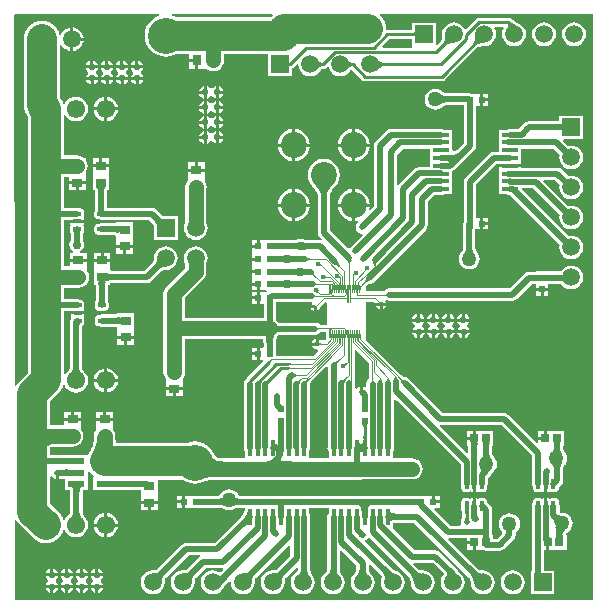
<source format=gtl>
G04*
G04 #@! TF.GenerationSoftware,Altium Limited,Altium Designer,18.0.9 (584)*
G04*
G04 Layer_Physical_Order=1*
G04 Layer_Color=255*
%FSAX24Y24*%
%MOIN*%
G70*
G01*
G75*
%ADD13C,0.0100*%
%ADD19R,0.0580X0.0220*%
%ADD20R,0.0283X0.0283*%
%ADD21R,0.0197X0.0236*%
G04:AMPARAMS|DCode=22|XSize=15.7mil|YSize=25.6mil|CornerRadius=2mil|HoleSize=0mil|Usage=FLASHONLY|Rotation=90.000|XOffset=0mil|YOffset=0mil|HoleType=Round|Shape=RoundedRectangle|*
%AMROUNDEDRECTD22*
21,1,0.0157,0.0217,0,0,90.0*
21,1,0.0118,0.0256,0,0,90.0*
1,1,0.0039,0.0108,0.0059*
1,1,0.0039,0.0108,-0.0059*
1,1,0.0039,-0.0108,-0.0059*
1,1,0.0039,-0.0108,0.0059*
%
%ADD22ROUNDEDRECTD22*%
%ADD23R,0.0354X0.0315*%
%ADD24R,0.0560X0.0140*%
%ADD25R,0.0140X0.0560*%
%ADD26R,0.0236X0.0197*%
G04:AMPARAMS|DCode=27|XSize=15.7mil|YSize=33.5mil|CornerRadius=3.9mil|HoleSize=0mil|Usage=FLASHONLY|Rotation=180.000|XOffset=0mil|YOffset=0mil|HoleType=Round|Shape=RoundedRectangle|*
%AMROUNDEDRECTD27*
21,1,0.0157,0.0256,0,0,180.0*
21,1,0.0079,0.0335,0,0,180.0*
1,1,0.0079,-0.0039,0.0128*
1,1,0.0079,0.0039,0.0128*
1,1,0.0079,0.0039,-0.0128*
1,1,0.0079,-0.0039,-0.0128*
%
%ADD27ROUNDEDRECTD27*%
%ADD28R,0.0315X0.0354*%
%ADD50C,0.0300*%
%ADD54R,0.0030X0.0350*%
%ADD55R,0.0030X0.0240*%
%ADD56C,0.0200*%
%ADD57C,0.0030*%
%ADD58C,0.0500*%
%ADD59C,0.1000*%
%ADD60R,0.0591X0.0591*%
%ADD61C,0.0591*%
%ADD62C,0.0866*%
%ADD63R,0.0591X0.0591*%
%ADD64C,0.0610*%
%ADD65R,0.0610X0.0610*%
%ADD66C,0.0200*%
%ADD67C,0.0500*%
%ADD68C,0.0150*%
%ADD69C,0.0220*%
%ADD70C,0.0090*%
%ADD71C,0.1200*%
G36*
X035507Y039684D02*
X035473Y039656D01*
X035443Y039620D01*
X032302D01*
X032214Y039667D01*
X032158Y039684D01*
X032165Y039734D01*
X035489D01*
X035507Y039684D01*
D02*
G37*
G36*
X043434Y039468D02*
X043447Y039458D01*
X043485Y039433D01*
X043608Y039361D01*
X043693Y039315D01*
X043306Y039217D01*
X043323Y039245D01*
X043337Y039271D01*
X043347Y039296D01*
X043354Y039320D01*
X043358Y039342D01*
X043359Y039363D01*
X043356Y039382D01*
X043350Y039400D01*
X043340Y039417D01*
X043328Y039432D01*
X043425Y039476D01*
X043434Y039468D01*
D02*
G37*
G36*
X040260Y038955D02*
X040259Y038965D01*
X040256Y038973D01*
X040251Y038981D01*
X040244Y038987D01*
X040235Y038993D01*
X040223Y038997D01*
X040210Y039001D01*
X040195Y039003D01*
X040178Y039005D01*
X040159Y039005D01*
Y039105D01*
X040178Y039106D01*
X040195Y039107D01*
X040210Y039110D01*
X040223Y039113D01*
X040235Y039118D01*
X040244Y039123D01*
X040251Y039130D01*
X040256Y039137D01*
X040259Y039146D01*
X040260Y039155D01*
Y038955D01*
D02*
G37*
G36*
X042550Y038760D02*
X042507Y038760D01*
X042431Y038754D01*
X042398Y038750D01*
X042367Y038743D01*
X042339Y038735D01*
X042314Y038726D01*
X042292Y038715D01*
X042273Y038703D01*
X042257Y038689D01*
X042186Y038759D01*
X042200Y038776D01*
X042213Y038795D01*
X042224Y038817D01*
X042233Y038841D01*
X042241Y038869D01*
X042247Y038900D01*
X042252Y038934D01*
X042257Y039010D01*
X042257Y039052D01*
X042550Y038760D01*
D02*
G37*
G36*
X041550D02*
X041507Y038760D01*
X041431Y038754D01*
X041398Y038750D01*
X041367Y038743D01*
X041339Y038735D01*
X041314Y038726D01*
X041292Y038715D01*
X041273Y038703D01*
X041257Y038689D01*
X041186Y038759D01*
X041200Y038776D01*
X041213Y038795D01*
X041224Y038817D01*
X041233Y038841D01*
X041241Y038869D01*
X041247Y038900D01*
X041252Y038934D01*
X041257Y039010D01*
X041257Y039052D01*
X041550Y038760D01*
D02*
G37*
G36*
X040157Y038660D02*
X040157D01*
X040149Y038613D01*
X039170D01*
X039151Y038660D01*
X039394Y038902D01*
X040157D01*
Y038660D01*
D02*
G37*
G36*
X046177Y020218D02*
X046149Y020190D01*
X026911D01*
X026910Y022869D01*
X026960Y022882D01*
X026996Y022815D01*
X027071Y022723D01*
X027520Y022274D01*
X027611Y022199D01*
X027716Y022143D01*
X027829Y022109D01*
X027946Y022097D01*
X028064Y022109D01*
X028177Y022143D01*
X028281Y022199D01*
X028373Y022274D01*
X028448Y022365D01*
X028503Y022469D01*
X028523Y022533D01*
X028576Y022536D01*
X028593Y022496D01*
X028658Y022411D01*
X028742Y022346D01*
X028841Y022305D01*
X028946Y022291D01*
X029052Y022305D01*
X029151Y022346D01*
X029235Y022411D01*
X029300Y022496D01*
X029341Y022594D01*
X029355Y022700D01*
X029341Y022806D01*
X029300Y022904D01*
X029253Y022966D01*
X029250Y022971D01*
X029240Y022983D01*
X029235Y022989D01*
X029234Y022990D01*
X029232Y022993D01*
X029217Y023012D01*
X029205Y023031D01*
X029195Y023050D01*
X029186Y023068D01*
X029179Y023087D01*
X029174Y023106D01*
X029170Y023125D01*
X029169Y023135D01*
Y023814D01*
X029170Y023829D01*
X029173Y023850D01*
X029177Y023865D01*
X029179Y023869D01*
X029355D01*
Y024239D01*
Y024464D01*
X029400Y024483D01*
X029405Y024482D01*
X029478Y024392D01*
X029544Y024339D01*
X029526Y024289D01*
X029515D01*
Y023869D01*
X030295D01*
Y023875D01*
X031123D01*
Y023757D01*
X031123Y023744D01*
Y023707D01*
X031123Y023694D01*
Y023500D01*
X031400D01*
X031677D01*
Y023694D01*
X031677Y023707D01*
Y023744D01*
X031677Y023757D01*
Y024216D01*
X032500D01*
X032520Y024199D01*
X032642Y024134D01*
X032774Y024094D01*
X032911Y024081D01*
X033048Y024094D01*
X033180Y024134D01*
X033197Y024143D01*
X033198Y024143D01*
X033231Y024157D01*
X033265Y024169D01*
X033301Y024179D01*
X033386Y024197D01*
X033430Y024203D01*
X033586Y024214D01*
X038461D01*
X038492Y024218D01*
X040160D01*
X040251Y024230D01*
X040337Y024265D01*
X040410Y024321D01*
X040466Y024394D01*
X040501Y024480D01*
X040513Y024571D01*
X040501Y024662D01*
X040466Y024748D01*
X040410Y024821D01*
X040337Y024877D01*
X040251Y024912D01*
X040160Y024924D01*
X039529D01*
Y025178D01*
X039548Y025206D01*
X039563Y025284D01*
Y026862D01*
X039609Y026881D01*
X041770Y024721D01*
Y024075D01*
X041786Y023997D01*
X041793Y023986D01*
Y023947D01*
X041803Y023892D01*
X041834Y023846D01*
X041880Y023816D01*
X041935Y023805D01*
X042013D01*
X042068Y023816D01*
X042102Y023838D01*
X042136Y023816D01*
X042180Y023807D01*
Y024075D01*
X042277D01*
X042280Y024061D01*
Y023807D01*
X042324Y023816D01*
X042358Y023838D01*
X042392Y023816D01*
X042446Y023805D01*
X042525D01*
X042580Y023816D01*
X042626Y023846D01*
X042656Y023892D01*
X042667Y023947D01*
Y024001D01*
X042668Y024003D01*
X042684Y024081D01*
Y024279D01*
X042772Y024367D01*
X042816Y024433D01*
X042817Y024434D01*
X042838Y024458D01*
X042878Y024488D01*
X042934Y024561D01*
X042969Y024647D01*
X042981Y024738D01*
X042969Y024829D01*
X042934Y024915D01*
X042878Y024988D01*
X042871Y024993D01*
X042862Y025002D01*
X042855Y025011D01*
X042848Y025020D01*
X042843Y025031D01*
X042838Y025042D01*
X042834Y025054D01*
X042830Y025068D01*
X042828Y025084D01*
X042828Y025087D01*
Y025316D01*
X042829Y025344D01*
X042829Y025349D01*
X042865D01*
Y025446D01*
X042866Y025450D01*
X042865Y025454D01*
Y025832D01*
X042280D01*
Y025591D01*
X042230D01*
Y025541D01*
X041988D01*
Y025454D01*
X041987Y025450D01*
X041988Y025446D01*
Y025349D01*
X042023D01*
X042026Y025308D01*
Y025107D01*
X041980Y025088D01*
X041079Y025988D01*
X041088Y026017D01*
X041102Y026036D01*
X043137D01*
X044152Y025021D01*
Y024075D01*
X044168Y023997D01*
X044174Y023986D01*
Y023947D01*
X044185Y023892D01*
X044216Y023846D01*
X044262Y023816D01*
X044317Y023805D01*
X044395D01*
X044450Y023816D01*
X044484Y023838D01*
X044518Y023816D01*
X044562Y023807D01*
Y024075D01*
X044662D01*
Y023807D01*
X044706Y023816D01*
X044740Y023838D01*
X044774Y023816D01*
X044828Y023805D01*
X044907D01*
X044961Y023816D01*
X045008Y023846D01*
X045038Y023892D01*
X045049Y023947D01*
Y023968D01*
X045130Y024049D01*
X045174Y024115D01*
X045190Y024193D01*
Y024587D01*
X045190Y024589D01*
X045192Y024605D01*
X045196Y024620D01*
X045200Y024634D01*
X045205Y024647D01*
X045210Y024658D01*
X045217Y024670D01*
X045224Y024680D01*
X045234Y024693D01*
X045238Y024700D01*
X045273Y024745D01*
X045308Y024831D01*
X045320Y024922D01*
X045308Y025013D01*
X045273Y025099D01*
X045238Y025144D01*
X045234Y025151D01*
X045224Y025164D01*
X045217Y025174D01*
X045210Y025185D01*
X045205Y025197D01*
X045200Y025210D01*
X045196Y025224D01*
X045192Y025239D01*
X045190Y025255D01*
X045190Y025257D01*
Y025316D01*
X045191Y025344D01*
X045192Y025349D01*
X045228D01*
Y025446D01*
X045228Y025450D01*
X045228Y025454D01*
Y025832D01*
X044642D01*
Y025591D01*
X044592D01*
Y025541D01*
X044350D01*
Y025464D01*
X044304Y025445D01*
X043365Y026384D01*
X043299Y026428D01*
X043221Y026444D01*
X041178D01*
X040053Y027569D01*
X040049Y027575D01*
X039983Y027619D01*
X039905Y027635D01*
X039900Y027634D01*
X039899Y027634D01*
X039891Y027637D01*
X039881Y027642D01*
X039868Y027649D01*
X039853Y027659D01*
X039837Y027670D01*
X039797Y027705D01*
X039788Y027713D01*
X038660Y028842D01*
X038628Y028876D01*
X038628D01*
X038628Y028876D01*
Y030146D01*
X038872D01*
X038909Y030109D01*
X039044D01*
X039043Y030111D01*
X039041Y030117D01*
X039038Y030123D01*
X039034Y030128D01*
X039031Y030132D01*
X039052Y030153D01*
X039056Y030150D01*
X039061Y030146D01*
X039067Y030143D01*
X039073Y030141D01*
X039080Y030139D01*
X039087Y030137D01*
X039096Y030136D01*
X039105Y030135D01*
X039124Y030134D01*
X039099Y030109D01*
X039293D01*
X039290Y030127D01*
X039259Y030174D01*
X039295Y030210D01*
X039316Y030196D01*
X039394Y030180D01*
X043502D01*
X043580Y030196D01*
X043646Y030240D01*
X044148Y030742D01*
X044289D01*
Y030605D01*
X044487D01*
X044685D01*
Y030745D01*
X045118D01*
X045175Y030671D01*
X045258Y030607D01*
X045354Y030568D01*
X045457Y030554D01*
X045560Y030568D01*
X045656Y030607D01*
X045739Y030671D01*
X045802Y030753D01*
X045842Y030850D01*
X045856Y030953D01*
X045842Y031056D01*
X045802Y031152D01*
X045739Y031235D01*
X045656Y031298D01*
X045560Y031338D01*
X045457Y031351D01*
X045354Y031338D01*
X045258Y031298D01*
X045175Y031235D01*
X045112Y031153D01*
X044685D01*
Y031167D01*
X044289D01*
Y031150D01*
X044064D01*
X043986Y031134D01*
X043920Y031090D01*
X043418Y030588D01*
X039394D01*
X039316Y030572D01*
X039250Y030528D01*
X039230Y030498D01*
X038628D01*
Y030672D01*
X038647Y030689D01*
X038663Y030700D01*
X038678Y030710D01*
X038691Y030717D01*
X038701Y030722D01*
X038709Y030725D01*
X038710Y030725D01*
X038715Y030724D01*
X038793Y030740D01*
X038859Y030784D01*
X040624Y032549D01*
X040668Y032615D01*
X040684Y032693D01*
Y033479D01*
X040895Y033689D01*
X041119D01*
X041197Y033705D01*
X041225Y033723D01*
X041499D01*
Y033983D01*
Y034243D01*
Y034491D01*
X041556Y034529D01*
X041821Y034794D01*
X041821Y034794D01*
X042232Y035205D01*
X042232Y035205D01*
X042277Y035271D01*
X042292Y035349D01*
Y036670D01*
X042292Y036671D01*
X042432D01*
Y036869D01*
Y037067D01*
X042164D01*
X042141Y037082D01*
X042063Y037098D01*
X041280D01*
X041278Y037098D01*
X041262Y037101D01*
X041248Y037104D01*
X041235Y037108D01*
X041224Y037113D01*
X041213Y037119D01*
X041203Y037125D01*
X041194Y037132D01*
X041188Y037138D01*
X041184Y037144D01*
X041111Y037200D01*
X041025Y037235D01*
X040934Y037247D01*
X040843Y037235D01*
X040757Y037200D01*
X040684Y037144D01*
X040628Y037071D01*
X040593Y036985D01*
X040581Y036894D01*
X040593Y036803D01*
X040628Y036717D01*
X040684Y036644D01*
X040757Y036588D01*
X040843Y036553D01*
X040934Y036541D01*
X041025Y036553D01*
X041111Y036588D01*
X041184Y036644D01*
X041188Y036650D01*
X041194Y036656D01*
X041203Y036663D01*
X041213Y036669D01*
X041224Y036675D01*
X041235Y036680D01*
X041248Y036684D01*
X041262Y036687D01*
X041278Y036690D01*
X041280Y036690D01*
X041870D01*
Y036671D01*
X041882D01*
X041884Y036632D01*
Y035434D01*
X041676Y035226D01*
X041657Y035211D01*
X041633Y035194D01*
X041608Y035180D01*
X041582Y035168D01*
X041555Y035158D01*
X041549Y035156D01*
X041499Y035187D01*
Y035543D01*
Y035883D01*
X041225D01*
X041197Y035902D01*
X041119Y035917D01*
X039467D01*
X039389Y035902D01*
X039323Y035857D01*
X038933Y035467D01*
X038889Y035401D01*
X038873Y035323D01*
Y033303D01*
X038767Y033198D01*
X038726Y033225D01*
X038726Y033227D01*
X038738Y033316D01*
X038257D01*
Y032835D01*
X038346Y032847D01*
X038348Y032847D01*
X038375Y032806D01*
X038332Y032762D01*
X038288Y032696D01*
X038272Y032618D01*
X038288Y032540D01*
X038332Y032474D01*
X038398Y032430D01*
X038476Y032414D01*
X038481Y032415D01*
X038506Y032369D01*
X038118Y031981D01*
X038085Y031933D01*
X038027Y031920D01*
X037415Y032532D01*
Y033711D01*
X037419Y033733D01*
X037426Y033759D01*
X037437Y033787D01*
X037451Y033817D01*
X037470Y033848D01*
X037491Y033880D01*
X037551Y033952D01*
X037573Y033975D01*
X037587Y033986D01*
X037673Y034097D01*
X037726Y034227D01*
X037745Y034366D01*
X037726Y034505D01*
X037673Y034635D01*
X037587Y034746D01*
X037476Y034832D01*
X037346Y034885D01*
X037207Y034904D01*
X037068Y034885D01*
X036938Y034832D01*
X036827Y034746D01*
X036741Y034635D01*
X036688Y034505D01*
X036669Y034366D01*
X036688Y034227D01*
X036741Y034097D01*
X036827Y033986D01*
X036843Y033973D01*
X036871Y033945D01*
X036903Y033910D01*
X036929Y033877D01*
X036952Y033845D01*
X036971Y033814D01*
X036985Y033785D01*
X036996Y033757D01*
X037003Y033731D01*
X037007Y033710D01*
Y032448D01*
X037023Y032370D01*
X037067Y032304D01*
X037139Y032232D01*
X037114Y032185D01*
X037077Y032193D01*
X036581D01*
X036534Y032225D01*
X036436Y032244D01*
X036338Y032225D01*
X036293Y032194D01*
X036269Y032193D01*
X035419D01*
X035391Y032187D01*
X035075D01*
Y031989D01*
X035025D01*
Y031939D01*
X034807D01*
Y031791D01*
X034807D01*
X034803Y031761D01*
X034803D01*
X034803Y031742D01*
Y031613D01*
X035021D01*
Y031513D01*
X034803D01*
Y031388D01*
X034803Y031365D01*
X034803Y031365D01*
X034809Y031340D01*
X034809D01*
Y031192D01*
X035027D01*
Y031092D01*
X034809D01*
Y030944D01*
X034809Y030944D01*
X034803Y030928D01*
X034803D01*
X034803Y030896D01*
Y030780D01*
X035021D01*
Y030730D01*
X035071D01*
Y030532D01*
X035283D01*
X035307Y030482D01*
X035296Y030467D01*
X035073D01*
Y030269D01*
Y030071D01*
X035210D01*
X035213Y030032D01*
Y029612D01*
X032573D01*
Y030260D01*
X033199Y030885D01*
X033255Y030958D01*
X033290Y031044D01*
X033302Y031135D01*
Y031417D01*
X033334Y031495D01*
X033348Y031598D01*
X033334Y031701D01*
X033294Y031797D01*
X033231Y031880D01*
X033148Y031943D01*
X033052Y031983D01*
X032949Y031997D01*
X032846Y031983D01*
X032750Y031943D01*
X032667Y031880D01*
X032604Y031797D01*
X032564Y031701D01*
X032550Y031598D01*
X032564Y031495D01*
X032596Y031417D01*
Y031281D01*
X031970Y030656D01*
X031914Y030583D01*
X031879Y030497D01*
X031867Y030406D01*
Y027805D01*
X031879Y027714D01*
X031914Y027629D01*
X031947Y027586D01*
X031953Y027538D01*
Y027502D01*
X031953D01*
Y027294D01*
X032230D01*
X032507D01*
Y027502D01*
X032507D01*
X032507Y027538D01*
X032511Y027586D01*
X032536Y027619D01*
X032571Y027704D01*
X032583Y027795D01*
Y028906D01*
X035189D01*
X035191Y028894D01*
X035207Y028658D01*
X035170Y028608D01*
X035071D01*
Y028410D01*
Y028212D01*
X035183D01*
X035202Y028165D01*
X034636Y027599D01*
X034605Y027552D01*
X034600Y027549D01*
X034556Y027483D01*
X034540Y027405D01*
Y025284D01*
X034556Y025206D01*
X034574Y025178D01*
Y024920D01*
X033840D01*
X033815Y024921D01*
X033766Y024926D01*
X033723Y024934D01*
X033686Y024946D01*
X033654Y024959D01*
X033627Y024975D01*
X033604Y024992D01*
X033586Y025012D01*
X033570Y025035D01*
X033562Y025050D01*
X033561Y025053D01*
X033496Y025175D01*
X033408Y025281D01*
X033302Y025369D01*
X033180Y025434D01*
X033048Y025474D01*
X032911Y025487D01*
X032774Y025474D01*
X032642Y025434D01*
X032619Y025422D01*
X030281D01*
X030278Y025433D01*
X030269Y025485D01*
X030258Y025605D01*
X030258Y025620D01*
Y025651D01*
X030260Y025669D01*
X030248Y025761D01*
X030213Y025846D01*
X030188Y025878D01*
X030184Y025927D01*
Y025963D01*
X030184D01*
Y026170D01*
X029630D01*
Y025963D01*
X029630D01*
X029630Y025927D01*
X029626Y025878D01*
X029599Y025843D01*
X029564Y025758D01*
X029552Y025667D01*
Y025646D01*
X029547Y025542D01*
X029540Y025486D01*
X029531Y025433D01*
X029519Y025383D01*
X029504Y025336D01*
X029487Y025292D01*
X029468Y025252D01*
X029447Y025215D01*
X029421Y025177D01*
X029419Y025173D01*
X029403Y025154D01*
X029348Y025050D01*
X029341Y025029D01*
X028575D01*
Y025023D01*
X028100D01*
Y025288D01*
X028123Y025297D01*
X028148Y025316D01*
X028844D01*
X028935Y025328D01*
X029021Y025364D01*
X029083Y025412D01*
X029121D01*
Y025456D01*
X029150Y025493D01*
X029185Y025578D01*
X029197Y025669D01*
X029185Y025761D01*
X029150Y025846D01*
X029125Y025878D01*
X029121Y025927D01*
Y025963D01*
X029121D01*
Y026170D01*
X028567D01*
Y026022D01*
X028100D01*
Y026820D01*
X028373Y027093D01*
X028448Y027185D01*
X028503Y027289D01*
X028523Y027353D01*
X028576Y027356D01*
X028593Y027315D01*
X028658Y027231D01*
X028742Y027166D01*
X028841Y027125D01*
X028946Y027111D01*
X029052Y027125D01*
X029151Y027166D01*
X029235Y027231D01*
X029300Y027315D01*
X029341Y027414D01*
X029355Y027520D01*
X029341Y027625D01*
X029300Y027724D01*
X029235Y027809D01*
X029227Y027815D01*
X029215Y027828D01*
X029200Y027846D01*
X029187Y027863D01*
X029177Y027881D01*
X029168Y027898D01*
X029161Y027916D01*
X029156Y027934D01*
X029152Y027952D01*
X029150Y027963D01*
Y029280D01*
X029151Y029288D01*
X029154Y029308D01*
X029158Y029325D01*
X029161Y029337D01*
X029165Y029344D01*
X029167Y029348D01*
X029167Y029348D01*
X029173Y029351D01*
X029183Y029359D01*
X029194Y029365D01*
X029195Y029367D01*
X029198Y029369D01*
X029201Y029373D01*
X029204Y029376D01*
X029210Y029387D01*
X029218Y029397D01*
X029218Y029400D01*
X029224Y029409D01*
X029234Y029455D01*
Y029574D01*
X029224Y029620D01*
X029209Y029642D01*
X029224Y029665D01*
X029234Y029711D01*
Y029720D01*
X029003D01*
X028773D01*
Y029711D01*
X028782Y029665D01*
X028797Y029642D01*
X028782Y029620D01*
X028773Y029574D01*
Y029558D01*
X028758Y029536D01*
X028743Y029458D01*
Y027963D01*
X028741Y027952D01*
X028737Y027934D01*
X028732Y027916D01*
X028725Y027898D01*
X028716Y027881D01*
X028706Y027863D01*
X028693Y027846D01*
X028678Y027828D01*
X028666Y027815D01*
X028658Y027809D01*
X028599Y027733D01*
X028564Y027739D01*
X028549Y027746D01*
Y029822D01*
X028773D01*
Y029820D01*
X029003D01*
X029234D01*
Y029829D01*
X029224Y029876D01*
X029209Y029898D01*
X029224Y029921D01*
X029234Y029967D01*
Y030085D01*
X029224Y030132D01*
X029198Y030172D01*
X029158Y030198D01*
X029112Y030207D01*
X029092D01*
X029081Y030215D01*
X029003Y030230D01*
X028549D01*
Y030614D01*
X029033D01*
X029125Y030626D01*
X029210Y030662D01*
X029273Y030710D01*
X029310D01*
Y030754D01*
X029339Y030791D01*
X029374Y030876D01*
X029386Y030967D01*
X029374Y031059D01*
X029339Y031144D01*
X029314Y031176D01*
X029310Y031225D01*
Y031261D01*
X029310D01*
Y031468D01*
X028756D01*
Y031320D01*
X028549D01*
Y032870D01*
X028754D01*
Y032868D01*
X028984D01*
X029214D01*
Y032877D01*
X029205Y032923D01*
X029190Y032946D01*
X029205Y032968D01*
X029214Y033015D01*
Y033133D01*
X029205Y033179D01*
X029179Y033219D01*
X029139Y033245D01*
X029092Y033255D01*
X029073D01*
X029062Y033262D01*
X028984Y033277D01*
X028549D01*
Y034315D01*
X028717D01*
Y034167D01*
X028994D01*
X029271D01*
Y034374D01*
X029271D01*
X029271Y034411D01*
X029275Y034459D01*
X029300Y034492D01*
X029335Y034577D01*
X029347Y034668D01*
X029335Y034759D01*
X029300Y034845D01*
X029271Y034882D01*
Y034926D01*
X029233D01*
X029170Y034974D01*
X029085Y035009D01*
X028994Y035021D01*
X028549D01*
Y036345D01*
X028564Y036352D01*
X028599Y036358D01*
X028658Y036282D01*
X028742Y036217D01*
X028841Y036176D01*
X028946Y036162D01*
X029052Y036176D01*
X029151Y036217D01*
X029235Y036282D01*
X029300Y036367D01*
X029341Y036465D01*
X029355Y036571D01*
X029341Y036677D01*
X029300Y036775D01*
X029235Y036860D01*
X029151Y036925D01*
X029052Y036966D01*
X028946Y036980D01*
X028841Y036966D01*
X028742Y036925D01*
X028658Y036860D01*
X028593Y036775D01*
X028576Y036735D01*
X028523Y036738D01*
X028503Y036802D01*
X028448Y036906D01*
X028416Y036945D01*
Y038693D01*
X028465Y038703D01*
X028467Y038698D01*
X028531Y038616D01*
X028613Y038552D01*
X028709Y038513D01*
X028763Y038506D01*
Y038898D01*
Y039290D01*
X028709Y039283D01*
X028613Y039243D01*
X028531Y039180D01*
X028467Y039097D01*
X028447Y039047D01*
X028394Y039049D01*
X028370Y039128D01*
X028314Y039233D01*
X028239Y039324D01*
X028148Y039399D01*
X028043Y039455D01*
X027930Y039489D01*
X027813Y039501D01*
X027695Y039489D01*
X027582Y039455D01*
X027478Y039399D01*
X027386Y039324D01*
X027311Y039233D01*
X027256Y039128D01*
X027221Y039015D01*
X027210Y038898D01*
Y036705D01*
X027221Y036587D01*
X027256Y036474D01*
X027311Y036370D01*
X027328Y036349D01*
X027344Y036321D01*
Y034707D01*
Y033074D01*
Y030961D01*
Y030026D01*
Y027769D01*
X027071Y027497D01*
X026996Y027405D01*
X026957Y027333D01*
X026907Y027346D01*
X026901Y039688D01*
X026947Y039734D01*
X031725D01*
X031732Y039684D01*
X031676Y039667D01*
X031554Y039602D01*
X031448Y039514D01*
X031360Y039408D01*
X031295Y039286D01*
X031255Y039154D01*
X031242Y039017D01*
X031255Y038880D01*
X031295Y038748D01*
X031360Y038626D01*
X031448Y038520D01*
X031554Y038432D01*
X031676Y038367D01*
X031808Y038327D01*
X031945Y038314D01*
X032082Y038327D01*
X032214Y038367D01*
X032302Y038414D01*
X032720D01*
Y038239D01*
X032978D01*
Y038189D01*
X033028D01*
Y037912D01*
X033235D01*
Y037912D01*
X033272Y037912D01*
X033320Y037908D01*
X033353Y037883D01*
X033438Y037848D01*
X033529Y037836D01*
X033621Y037848D01*
X033706Y037883D01*
X033743Y037912D01*
X033787D01*
Y037950D01*
X033835Y038012D01*
X033870Y038098D01*
X033882Y038189D01*
Y038414D01*
X035362D01*
Y037660D01*
X036153D01*
Y037928D01*
X036181Y037947D01*
X036314Y038080D01*
X036344Y038065D01*
X036359Y038054D01*
X036372Y037952D01*
X036412Y037856D01*
X036476Y037773D01*
X036558Y037710D01*
X036654Y037670D01*
X036757Y037656D01*
X036861Y037670D01*
X036957Y037710D01*
X037039Y037773D01*
X037095Y037845D01*
X037095Y037845D01*
X037095Y037845D01*
X037103Y037856D01*
X037105Y037860D01*
X037105Y037861D01*
X037113Y037871D01*
X037122Y037880D01*
X037129Y037886D01*
X037137Y037891D01*
X037145Y037895D01*
X037153Y037899D01*
X037162Y037901D01*
X037170Y037902D01*
X037184D01*
X037243Y037914D01*
X037292Y037947D01*
X037324Y037978D01*
X037371Y037962D01*
X037372Y037952D01*
X037412Y037856D01*
X037476Y037773D01*
X037558Y037710D01*
X037654Y037670D01*
X037757Y037656D01*
X037861Y037670D01*
X037957Y037710D01*
X038039Y037773D01*
X038095Y037845D01*
X038095Y037845D01*
X038095Y037845D01*
X038100Y037852D01*
X038106Y037857D01*
X038120Y037862D01*
X038149Y037863D01*
X038163Y037860D01*
X038481Y037542D01*
X038531Y037509D01*
X038590Y037497D01*
X041147D01*
X041206Y037509D01*
X041256Y037542D01*
X042335Y038621D01*
X042343Y038626D01*
X042355Y038632D01*
X042371Y038638D01*
X042391Y038644D01*
X042415Y038649D01*
X042442Y038653D01*
X042511Y038658D01*
X042542Y038658D01*
X042553Y038656D01*
X042656Y038670D01*
X042752Y038710D01*
X042835Y038773D01*
X042898Y038856D01*
X042938Y038952D01*
X042951Y039055D01*
X042938Y039158D01*
X042898Y039254D01*
X042892Y039263D01*
X042914Y039307D01*
X043183D01*
X043199Y039291D01*
X043210Y039257D01*
X043207Y039254D01*
X043168Y039158D01*
X043154Y039055D01*
X043168Y038952D01*
X043207Y038856D01*
X043271Y038773D01*
X043353Y038710D01*
X043450Y038670D01*
X043553Y038656D01*
X043656Y038670D01*
X043752Y038710D01*
X043835Y038773D01*
X043898Y038856D01*
X043938Y038952D01*
X043951Y039055D01*
X043938Y039158D01*
X043898Y039254D01*
X043835Y039337D01*
X043752Y039400D01*
X043740Y039405D01*
X043658Y039450D01*
X043539Y039519D01*
X043506Y039541D01*
X043503Y039544D01*
X043471Y039575D01*
X043422Y039608D01*
X043363Y039620D01*
X043330Y039613D01*
X042385D01*
X042326Y039602D01*
X042277Y039569D01*
X041949Y039241D01*
X041908Y039249D01*
X041895Y039258D01*
X041835Y039337D01*
X041752Y039400D01*
X041656Y039440D01*
X041553Y039454D01*
X041450Y039440D01*
X041353Y039400D01*
X041271Y039337D01*
X041207Y039254D01*
X041168Y039158D01*
X041154Y039055D01*
X041155Y039044D01*
X041155Y039014D01*
X041151Y038944D01*
X041147Y038918D01*
X041142Y038894D01*
X041136Y038873D01*
X041130Y038857D01*
X041124Y038845D01*
X041119Y038838D01*
X040994Y038713D01*
X040948Y038732D01*
Y039450D01*
X040157D01*
Y039208D01*
X039336D01*
X039326Y039212D01*
X039286Y039250D01*
X039276Y039347D01*
X039242Y039461D01*
X039186Y039565D01*
X039111Y039656D01*
X039077Y039684D01*
X039095Y039734D01*
X046177D01*
Y020218D01*
D02*
G37*
G36*
X038023Y038189D02*
X038037Y038171D01*
X038052Y038156D01*
X038068Y038142D01*
X038085Y038131D01*
X038103Y038122D01*
X038122Y038114D01*
X038142Y038109D01*
X038162Y038106D01*
X038184Y038105D01*
Y038005D01*
X038162Y038004D01*
X038142Y038001D01*
X038122Y037996D01*
X038103Y037989D01*
X038085Y037979D01*
X038068Y037968D01*
X038052Y037954D01*
X038037Y037939D01*
X038023Y037921D01*
X038010Y037902D01*
Y038209D01*
X038023Y038189D01*
D02*
G37*
G36*
X037023D02*
X037037Y038171D01*
X037052Y038156D01*
X037068Y038142D01*
X037085Y038131D01*
X037103Y038122D01*
X037122Y038114D01*
X037142Y038109D01*
X037162Y038106D01*
X037184Y038105D01*
Y038005D01*
X037162Y038004D01*
X037142Y038001D01*
X037122Y037996D01*
X037103Y037989D01*
X037085Y037979D01*
X037068Y037968D01*
X037052Y037954D01*
X037037Y037939D01*
X037023Y037921D01*
X037010Y037902D01*
Y038209D01*
X037023Y038189D01*
D02*
G37*
G36*
X038999Y038232D02*
X039056Y038182D01*
X039083Y038162D01*
X039109Y038144D01*
X039135Y038130D01*
X039159Y038119D01*
X039182Y038111D01*
X039204Y038107D01*
X039226Y038105D01*
Y038005D01*
X039204Y038004D01*
X039182Y037999D01*
X039159Y037991D01*
X039135Y037980D01*
X039109Y037966D01*
X039083Y037949D01*
X039056Y037928D01*
X038999Y037878D01*
X038968Y037848D01*
Y038262D01*
X038999Y038232D01*
D02*
G37*
G36*
X041128Y037055D02*
X041144Y037042D01*
X041161Y037031D01*
X041180Y037021D01*
X041199Y037013D01*
X041220Y037006D01*
X041242Y037001D01*
X041264Y036997D01*
X041288Y036995D01*
X041313Y036994D01*
Y036794D01*
X041288Y036793D01*
X041264Y036791D01*
X041242Y036787D01*
X041220Y036782D01*
X041199Y036775D01*
X041180Y036767D01*
X041161Y036757D01*
X041144Y036746D01*
X041128Y036733D01*
X041113Y036719D01*
Y037069D01*
X041128Y037055D01*
D02*
G37*
G36*
X042202Y036770D02*
X042199Y036764D01*
X042196Y036754D01*
X042194Y036740D01*
X042192Y036722D01*
X042189Y036644D01*
X042188Y036572D01*
X041988D01*
X041988Y036610D01*
X041977Y036764D01*
X041974Y036770D01*
X041971Y036772D01*
X042205D01*
X042202Y036770D01*
D02*
G37*
G36*
X041748Y034867D02*
X041341Y034744D01*
X041357Y034762D01*
X041367Y034778D01*
X041371Y034792D01*
X041370Y034804D01*
X041362Y034814D01*
X041349Y034823D01*
X041329Y034830D01*
X041304Y034834D01*
X041273Y034837D01*
X041236Y034838D01*
X041436Y035038D01*
X041475Y035039D01*
X041513Y035044D01*
X041550Y035051D01*
X041586Y035061D01*
X041621Y035073D01*
X041654Y035089D01*
X041687Y035107D01*
X041718Y035129D01*
X041748Y035153D01*
X041777Y035179D01*
X041748Y034867D01*
D02*
G37*
G36*
X040739Y035023D02*
Y034624D01*
X040379D01*
X040301Y034608D01*
X040235Y034564D01*
X039719Y034048D01*
X039703Y034024D01*
X039653Y034040D01*
Y035049D01*
X039852Y035248D01*
X040739D01*
Y035023D01*
D02*
G37*
G36*
X037475Y034019D02*
X037410Y033941D01*
X037384Y033903D01*
X037362Y033865D01*
X037343Y033828D01*
X037329Y033792D01*
X037319Y033756D01*
X037313Y033720D01*
X037311Y033686D01*
X037111Y033684D01*
X037109Y033719D01*
X037103Y033754D01*
X037093Y033790D01*
X037078Y033826D01*
X037060Y033863D01*
X037037Y033900D01*
X037011Y033938D01*
X036980Y033976D01*
X036946Y034015D01*
X036907Y034054D01*
X037513Y034060D01*
X037475Y034019D01*
D02*
G37*
G36*
X036545Y032093D02*
X036548Y032092D01*
X036554Y032091D01*
X036569Y032090D01*
X036621Y032089D01*
X036638Y032089D01*
Y031889D01*
X036543Y031884D01*
Y032094D01*
X036545Y032093D01*
D02*
G37*
G36*
X036329Y031884D02*
X036327Y031885D01*
X036324Y031886D01*
X036318Y031887D01*
X036303Y031888D01*
X036251Y031889D01*
X036234Y031889D01*
Y032089D01*
X036329Y032094D01*
Y031884D01*
D02*
G37*
G36*
X036664Y031623D02*
X036679Y031614D01*
X036696Y031605D01*
X036715Y031598D01*
X036737Y031592D01*
X036761Y031587D01*
X036787Y031583D01*
X036847Y031579D01*
X036880Y031578D01*
Y031548D01*
X036847Y031547D01*
X036787Y031543D01*
X036761Y031539D01*
X036737Y031534D01*
X036715Y031528D01*
X036696Y031521D01*
X036679Y031512D01*
X036664Y031503D01*
X036652Y031492D01*
Y031634D01*
X036664Y031623D01*
D02*
G37*
G36*
X036093Y031667D02*
X036096Y031666D01*
X036102Y031665D01*
X036117Y031664D01*
X036169Y031663D01*
X036186Y031663D01*
Y031463D01*
X036091Y031458D01*
Y031668D01*
X036093Y031667D01*
D02*
G37*
G36*
X035877Y031458D02*
X035875Y031459D01*
X035872Y031460D01*
X035866Y031461D01*
X035851Y031462D01*
X035799Y031463D01*
X035782Y031463D01*
Y031663D01*
X035877Y031668D01*
Y031458D01*
D02*
G37*
G36*
X037082Y031421D02*
X037115Y031380D01*
X037121Y031374D01*
X037133Y031361D01*
X037120Y031333D01*
X037115Y031337D01*
X037110Y031340D01*
X037105Y031343D01*
X037100Y031344D01*
X037095Y031344D01*
X037089Y031344D01*
X037084Y031342D01*
X037079Y031339D01*
X037073Y031336D01*
X037068Y031331D01*
X037077Y031428D01*
X037082Y031421D01*
D02*
G37*
G36*
X038975Y031455D02*
X038954Y031424D01*
X038946Y031409D01*
X038939Y031394D01*
X038933Y031380D01*
X038929Y031366D01*
X038926Y031352D01*
X038924Y031339D01*
X038923Y031326D01*
X038893D01*
X038892Y031339D01*
X038890Y031352D01*
X038887Y031366D01*
X038883Y031380D01*
X038877Y031394D01*
X038870Y031409D01*
X038862Y031424D01*
X038841Y031455D01*
X038829Y031472D01*
X038987D01*
X038975Y031455D01*
D02*
G37*
G36*
X038127Y031509D02*
X038118Y031494D01*
X038110Y031477D01*
X038102Y031458D01*
X038096Y031436D01*
X038091Y031412D01*
X038087Y031386D01*
X038083Y031326D01*
X038082Y031293D01*
X038052D01*
X038052Y031326D01*
X038047Y031386D01*
X038043Y031412D01*
X038038Y031436D01*
X038032Y031458D01*
X038025Y031477D01*
X038017Y031494D01*
X038007Y031509D01*
X037997Y031521D01*
X038138D01*
X038127Y031509D01*
D02*
G37*
G36*
X037693Y031458D02*
X037697Y031441D01*
X037703Y031423D01*
X037712Y031404D01*
X037723Y031384D01*
X037736Y031364D01*
X037752Y031343D01*
X037791Y031297D01*
X037814Y031273D01*
X037793Y031252D01*
X037769Y031275D01*
X037723Y031314D01*
X037702Y031330D01*
X037682Y031343D01*
X037662Y031354D01*
X037643Y031363D01*
X037625Y031369D01*
X037608Y031373D01*
X037592Y031374D01*
X037692Y031474D01*
X037693Y031458D01*
D02*
G37*
G36*
X038673Y031203D02*
X038662Y031201D01*
X038634Y031194D01*
X038627Y031192D01*
X038620Y031189D01*
X038614Y031186D01*
X038608Y031183D01*
X038603Y031180D01*
X038600Y031176D01*
X038575Y031194D01*
X038579Y031198D01*
X038582Y031203D01*
X038585Y031209D01*
X038587Y031215D01*
X038588Y031222D01*
X038589Y031229D01*
X038590Y031237D01*
X038590Y031245D01*
X038589Y031254D01*
X038587Y031264D01*
X038673Y031203D01*
D02*
G37*
G36*
X038236Y031043D02*
X038232Y031045D01*
X038228Y031047D01*
X038224Y031047D01*
X038221Y031047D01*
X038217Y031047D01*
X038213Y031046D01*
X038209Y031044D01*
X038205Y031042D01*
X038202Y031039D01*
X038198Y031036D01*
X038177Y031057D01*
X038181Y031061D01*
X038185Y031066D01*
X038188Y031070D01*
X038190Y031075D01*
X038193Y031079D01*
X038194Y031084D01*
X038196Y031089D01*
X038196Y031093D01*
X038197Y031098D01*
X038196Y031102D01*
X038236Y031043D01*
D02*
G37*
G36*
X036542Y031244D02*
X036545Y031243D01*
X036551Y031242D01*
X036566Y031241D01*
X036618Y031240D01*
X036635Y031240D01*
Y031040D01*
X036540Y031035D01*
Y031245D01*
X036542Y031244D01*
D02*
G37*
G36*
X036326Y031035D02*
X036324Y031036D01*
X036321Y031037D01*
X036315Y031038D01*
X036300Y031039D01*
X036248Y031040D01*
X036231Y031040D01*
Y031240D01*
X036326Y031245D01*
Y031035D01*
D02*
G37*
G36*
X037733Y031007D02*
X037761Y030957D01*
X037764Y030953D01*
X037767Y030950D01*
X037757Y030918D01*
X037752Y030922D01*
X037747Y030925D01*
X037742Y030928D01*
X037736Y030929D01*
X037730Y030930D01*
X037724Y030929D01*
X037718Y030928D01*
X037711Y030926D01*
X037704Y030923D01*
X037697Y030920D01*
X037727Y031018D01*
X037733Y031007D01*
D02*
G37*
G36*
X036875Y031124D02*
X036879Y031107D01*
X036885Y031089D01*
X036894Y031070D01*
X036905Y031050D01*
X036918Y031030D01*
X036934Y031009D01*
X036973Y030963D01*
X036996Y030939D01*
X036975Y030918D01*
X036951Y030941D01*
X036905Y030980D01*
X036884Y030996D01*
X036864Y031009D01*
X036844Y031020D01*
X036825Y031029D01*
X036807Y031035D01*
X036790Y031039D01*
X036774Y031040D01*
X036874Y031140D01*
X036875Y031124D01*
D02*
G37*
G36*
X037260Y031007D02*
X037274Y030995D01*
X037281Y030991D01*
X037287Y030986D01*
X037294Y030983D01*
X037300Y030980D01*
X037306Y030979D01*
X037312Y030977D01*
X037317Y030977D01*
Y030947D01*
X037312Y030947D01*
X037306Y030945D01*
X037300Y030944D01*
X037294Y030941D01*
X037287Y030938D01*
X037281Y030933D01*
X037274Y030929D01*
X037267Y030923D01*
X037253Y030910D01*
Y031014D01*
X037260Y031007D01*
D02*
G37*
G36*
X038715Y030828D02*
X038699Y030827D01*
X038682Y030823D01*
X038664Y030817D01*
X038645Y030808D01*
X038625Y030797D01*
X038605Y030784D01*
X038584Y030768D01*
X038538Y030729D01*
X038514Y030706D01*
X038493Y030727D01*
X038516Y030751D01*
X038555Y030797D01*
X038571Y030818D01*
X038584Y030838D01*
X038595Y030858D01*
X038604Y030877D01*
X038610Y030895D01*
X038614Y030912D01*
X038615Y030928D01*
X038715Y030828D01*
D02*
G37*
G36*
X038462Y030654D02*
X038457Y030649D01*
X038449Y030639D01*
X038445Y030634D01*
X038443Y030629D01*
X038441Y030625D01*
X038440Y030622D01*
X038439Y030618D01*
X038439Y030615D01*
X038440Y030612D01*
X038417Y030671D01*
X038418Y030668D01*
X038420Y030667D01*
X038423Y030667D01*
X038426Y030667D01*
X038430Y030669D01*
X038435Y030672D01*
X038440Y030676D01*
X038445Y030681D01*
X038459Y030693D01*
X038462Y030654D01*
D02*
G37*
G36*
X036079Y030841D02*
X036082Y030840D01*
X036088Y030839D01*
X036103Y030838D01*
X036155Y030837D01*
X036172Y030837D01*
Y030637D01*
X036077Y030632D01*
Y030842D01*
X036079Y030841D01*
D02*
G37*
G36*
X035863Y030632D02*
X035861Y030633D01*
X035858Y030634D01*
X035852Y030635D01*
X035837Y030636D01*
X035785Y030637D01*
X035768Y030637D01*
Y030837D01*
X035863Y030842D01*
Y030632D01*
D02*
G37*
G36*
X037023Y030517D02*
X037025Y030499D01*
X037026Y030490D01*
X037028Y030483D01*
X037030Y030476D01*
X037032Y030470D01*
X037035Y030464D01*
X037039Y030459D01*
X037042Y030455D01*
X037021Y030434D01*
X037017Y030437D01*
X037012Y030441D01*
X037006Y030444D01*
X037000Y030446D01*
X036993Y030448D01*
X036986Y030450D01*
X036977Y030451D01*
X036968Y030452D01*
X036949Y030453D01*
X037023Y030527D01*
X037023Y030517D01*
D02*
G37*
G36*
X037421Y030434D02*
X037421Y030434D01*
X037419Y030433D01*
X037417Y030431D01*
X037388Y030403D01*
X037372Y030430D01*
X037378Y030435D01*
X037387Y030446D01*
X037391Y030451D01*
X037393Y030455D01*
X037395Y030460D01*
X037396Y030463D01*
X037396Y030466D01*
X037396Y030469D01*
X037395Y030472D01*
X037421Y030434D01*
D02*
G37*
G36*
X037523Y030363D02*
X037527Y030360D01*
X037532Y030356D01*
X037537Y030354D01*
X037542Y030351D01*
X037547Y030349D01*
X037552Y030348D01*
X037558Y030347D01*
X037564Y030346D01*
X037569Y030346D01*
X037533Y030316D01*
X037467Y030346D01*
X037473Y030346D01*
X037477Y030347D01*
X037480Y030348D01*
X037483Y030349D01*
X037484Y030351D01*
X037485Y030354D01*
X037484Y030356D01*
X037482Y030360D01*
X037480Y030363D01*
X037476Y030367D01*
X037518D01*
X037523Y030363D01*
D02*
G37*
G36*
X038140Y030290D02*
X038141Y030288D01*
X038143Y030285D01*
X038145Y030284D01*
X038148Y030282D01*
X038151Y030281D01*
X038155Y030280D01*
X038160Y030279D01*
X038165Y030278D01*
X038171Y030278D01*
Y030248D01*
X038165Y030248D01*
X038160Y030248D01*
X038155Y030247D01*
X038151Y030246D01*
X038148Y030244D01*
X038145Y030243D01*
X038143Y030241D01*
X038141Y030239D01*
X038140Y030236D01*
X038140Y030233D01*
Y030293D01*
X038140Y030290D01*
D02*
G37*
G36*
X037995Y030233D02*
X037994Y030236D01*
X037993Y030239D01*
X037992Y030241D01*
X037990Y030243D01*
X037987Y030244D01*
X037983Y030246D01*
X037979Y030247D01*
X037975Y030248D01*
X037969Y030248D01*
X037964Y030248D01*
Y030278D01*
X037969Y030278D01*
X037975Y030279D01*
X037979Y030280D01*
X037983Y030281D01*
X037987Y030282D01*
X037990Y030284D01*
X037992Y030285D01*
X037993Y030288D01*
X037994Y030290D01*
X037995Y030293D01*
Y030233D01*
D02*
G37*
G36*
X035531Y030170D02*
X035528Y030164D01*
X035525Y030154D01*
X035523Y030140D01*
X035521Y030122D01*
X035518Y030044D01*
X035517Y029972D01*
X035317D01*
X035317Y030010D01*
X035306Y030164D01*
X035303Y030170D01*
X035300Y030172D01*
X035534D01*
X035531Y030170D01*
D02*
G37*
G36*
X036990Y030009D02*
X036987Y030006D01*
X036984Y030003D01*
X036982Y030000D01*
X036980Y029996D01*
X036979Y029993D01*
X036977Y029989D01*
X036976Y029985D01*
X036976Y029980D01*
X036975Y029976D01*
X036975Y029971D01*
X036930Y030016D01*
X036935Y030016D01*
X036939Y030017D01*
X036944Y030017D01*
X036948Y030018D01*
X036952Y030020D01*
X036955Y030021D01*
X036959Y030023D01*
X036962Y030025D01*
X036965Y030028D01*
X036968Y030031D01*
X036990Y030009D01*
D02*
G37*
G36*
X036829Y030078D02*
X036825Y030076D01*
X036793Y030028D01*
X036792Y030021D01*
X036930D01*
Y029971D01*
X036980D01*
Y029833D01*
X036987Y029834D01*
X037035Y029866D01*
X037067Y029914D01*
X037073Y029949D01*
X037248Y030124D01*
X037280Y030124D01*
X037325Y030079D01*
X037324Y029369D01*
X037085D01*
X037073Y029386D01*
X037007Y029430D01*
X036929Y029446D01*
X035710D01*
X035662Y029509D01*
X035621Y029540D01*
Y030070D01*
X035621Y030071D01*
X035635D01*
Y030128D01*
X036814D01*
X036829Y030078D01*
D02*
G37*
G36*
X028870Y029466D02*
X028875Y029455D01*
X029126Y029441D01*
X029111Y029433D01*
X029097Y029423D01*
X029085Y029409D01*
X029075Y029393D01*
X029066Y029373D01*
X029059Y029351D01*
X029054Y029327D01*
X029050Y029299D01*
X029047Y029269D01*
X029046Y029235D01*
X028846D01*
X028847Y029290D01*
X028857Y029453D01*
X028860Y029465D01*
X028865Y029469D01*
X028870Y029466D01*
D02*
G37*
G36*
X037486Y029237D02*
X037480Y029237D01*
X037475Y029236D01*
X037469Y029235D01*
X037464Y029234D01*
X037458Y029232D01*
X037453Y029229D01*
X037449Y029227D01*
X037444Y029223D01*
X037439Y029220D01*
X037435Y029216D01*
X037397Y029220D01*
X037400Y029223D01*
X037402Y029226D01*
X037403Y029229D01*
X037403Y029231D01*
X037402Y029233D01*
X037400Y029234D01*
X037398Y029235D01*
X037394Y029236D01*
X037389Y029237D01*
X037384Y029237D01*
X037450Y029267D01*
X037486Y029237D01*
D02*
G37*
G36*
X037290Y029053D02*
X037292Y029042D01*
Y028887D01*
X037263Y028858D01*
X037119D01*
X037105Y028867D01*
X037100Y028872D01*
X037089Y028877D01*
X037060Y028896D01*
X037042Y028899D01*
Y028787D01*
X037047Y028784D01*
X037070Y028768D01*
X037077Y028765D01*
X037084Y028761D01*
X037091Y028759D01*
X037097Y028757D01*
X037102Y028756D01*
X037108Y028756D01*
X037112Y028726D01*
X037106Y028726D01*
X037100Y028724D01*
X037094Y028722D01*
X037088Y028720D01*
X037082Y028716D01*
X037076Y028712D01*
X037070Y028706D01*
X037064Y028700D01*
X037058Y028694D01*
X037052Y028686D01*
X037042Y028761D01*
Y028731D01*
X036992D01*
Y028681D01*
X036824D01*
X036827Y028663D01*
X036866Y028605D01*
X036924Y028566D01*
X036992Y028553D01*
X036993Y028553D01*
X037018Y028507D01*
X036856Y028345D01*
X035633D01*
Y028496D01*
X035633Y028497D01*
X035633Y028500D01*
Y028503D01*
X035634Y028507D01*
X035633Y028511D01*
Y028608D01*
X035623D01*
X035621Y028643D01*
Y028773D01*
X035632Y028892D01*
X035640Y028937D01*
X035648Y028973D01*
X035656Y028998D01*
X035662Y029010D01*
X035684Y029038D01*
X036929D01*
X037007Y029054D01*
X037073Y029098D01*
X037098Y029135D01*
X037290D01*
Y029053D01*
D02*
G37*
G36*
X035574Y029063D02*
X035561Y029036D01*
X035550Y029000D01*
X035540Y028957D01*
X035531Y028906D01*
X035519Y028779D01*
X035516Y028707D01*
X035517D01*
X035517Y028669D01*
X035526Y028515D01*
X035529Y028509D01*
X035532Y028507D01*
X035298D01*
X035301Y028509D01*
X035303Y028515D01*
X035305Y028525D01*
X035307Y028539D01*
X035310Y028579D01*
X035311Y028630D01*
X035293Y028906D01*
X035284Y028957D01*
X035274Y029000D01*
X035263Y029036D01*
X035250Y029063D01*
X035235Y029082D01*
X035589D01*
X035574Y029063D01*
D02*
G37*
G36*
X035492Y028217D02*
X035481Y028206D01*
X035455Y028176D01*
X035448Y028166D01*
X035443Y028158D01*
X035439Y028150D01*
X035436Y028142D01*
X035434Y028135D01*
X035433Y028128D01*
X035381Y028180D01*
X035388Y028181D01*
X035395Y028183D01*
X035403Y028186D01*
X035411Y028190D01*
X035419Y028195D01*
X035429Y028202D01*
X035448Y028218D01*
X035459Y028228D01*
X035470Y028239D01*
X035492Y028217D01*
D02*
G37*
G36*
X037763Y028236D02*
X037740Y028212D01*
X037701Y028166D01*
X037685Y028145D01*
X037672Y028125D01*
X037661Y028105D01*
X037652Y028086D01*
X037646Y028068D01*
X037642Y028051D01*
X037641Y028035D01*
X037541Y028135D01*
X037557Y028136D01*
X037574Y028140D01*
X037592Y028146D01*
X037611Y028155D01*
X037631Y028166D01*
X037651Y028179D01*
X037672Y028195D01*
X037718Y028234D01*
X037742Y028257D01*
X037763Y028236D01*
D02*
G37*
G36*
X036071Y028097D02*
X036077Y028093D01*
X036085Y028090D01*
X036094Y028087D01*
X036105Y028085D01*
X036117Y028083D01*
X036145Y028081D01*
X036179Y028080D01*
Y028050D01*
X036161Y028050D01*
X036117Y028047D01*
X036105Y028045D01*
X036094Y028043D01*
X036085Y028040D01*
X036077Y028037D01*
X036071Y028033D01*
X036066Y028030D01*
Y028100D01*
X036071Y028097D01*
D02*
G37*
G36*
X037957Y028075D02*
X037954Y028071D01*
X037950Y028066D01*
X037947Y028060D01*
X037945Y028054D01*
X037943Y028047D01*
X037941Y028040D01*
X037940Y028031D01*
X037939Y028022D01*
X037938Y028003D01*
X037864Y028077D01*
X037874Y028077D01*
X037892Y028079D01*
X037901Y028080D01*
X037908Y028082D01*
X037915Y028084D01*
X037921Y028086D01*
X037927Y028089D01*
X037932Y028093D01*
X037936Y028096D01*
X037957Y028075D01*
D02*
G37*
G36*
X036073Y027955D02*
X036079Y027951D01*
X036087Y027948D01*
X036096Y027945D01*
X036107Y027943D01*
X036119Y027941D01*
X036147Y027939D01*
X036181Y027938D01*
Y027908D01*
X036163Y027908D01*
X036119Y027905D01*
X036107Y027903D01*
X036096Y027901D01*
X036087Y027898D01*
X036079Y027895D01*
X036073Y027891D01*
X036068Y027888D01*
Y027958D01*
X036073Y027955D01*
D02*
G37*
G36*
X029048Y027963D02*
X029051Y027935D01*
X029057Y027909D01*
X029065Y027882D01*
X029075Y027857D01*
X029087Y027832D01*
X029102Y027807D01*
X029119Y027783D01*
X029138Y027760D01*
X029160Y027738D01*
X028733D01*
X028754Y027760D01*
X028774Y027783D01*
X028791Y027807D01*
X028806Y027832D01*
X028818Y027857D01*
X028828Y027882D01*
X028836Y027909D01*
X028842Y027935D01*
X028845Y027963D01*
X028846Y027991D01*
X029046D01*
X029048Y027963D01*
D02*
G37*
G36*
X036229Y027749D02*
X036244Y027740D01*
X036261Y027731D01*
X036280Y027724D01*
X036302Y027718D01*
X036326Y027713D01*
X036352Y027709D01*
X036412Y027705D01*
X036445Y027704D01*
Y027674D01*
X036412Y027673D01*
X036352Y027669D01*
X036326Y027665D01*
X036302Y027660D01*
X036280Y027654D01*
X036261Y027647D01*
X036244Y027638D01*
X036229Y027629D01*
X036217Y027618D01*
Y027760D01*
X036229Y027749D01*
D02*
G37*
G36*
X039685Y027559D02*
X039525D01*
X039590Y027644D01*
X039620D01*
X039685Y027559D01*
D02*
G37*
G36*
X039375Y027605D02*
X039377Y027596D01*
X039380Y027586D01*
X039385Y027575D01*
X039390Y027563D01*
X039406Y027537D01*
X039416Y027522D01*
X039439Y027489D01*
X039279D01*
X039292Y027506D01*
X039321Y027550D01*
X039328Y027563D01*
X039338Y027586D01*
X039342Y027596D01*
X039344Y027605D01*
X039344Y027613D01*
X039374D01*
X039375Y027605D01*
D02*
G37*
G36*
X039115Y027595D02*
X039117Y027583D01*
X039120Y027571D01*
X039125Y027559D01*
X039130Y027545D01*
X039137Y027531D01*
X039155Y027501D01*
X039166Y027486D01*
X039179Y027469D01*
X039020D01*
X039032Y027486D01*
X039053Y027517D01*
X039061Y027531D01*
X039074Y027559D01*
X039078Y027571D01*
X039082Y027583D01*
X039084Y027595D01*
X039084Y027606D01*
X039114D01*
X039115Y027595D01*
D02*
G37*
G36*
X039728Y027630D02*
X039774Y027591D01*
X039795Y027575D01*
X039815Y027562D01*
X039835Y027551D01*
X039854Y027542D01*
X039872Y027536D01*
X039889Y027532D01*
X039905Y027531D01*
X039805Y027431D01*
X039804Y027447D01*
X039800Y027464D01*
X039794Y027482D01*
X039785Y027501D01*
X039774Y027521D01*
X039761Y027541D01*
X039745Y027562D01*
X039706Y027608D01*
X039683Y027632D01*
X039704Y027653D01*
X039728Y027630D01*
D02*
G37*
G36*
X038023Y027626D02*
X038000Y027602D01*
X037961Y027556D01*
X037945Y027535D01*
X037932Y027515D01*
X037921Y027495D01*
X037912Y027476D01*
X037906Y027458D01*
X037902Y027441D01*
X037901Y027425D01*
X037801Y027525D01*
X037817Y027526D01*
X037834Y027530D01*
X037852Y027536D01*
X037871Y027545D01*
X037891Y027556D01*
X037911Y027569D01*
X037932Y027585D01*
X037978Y027624D01*
X038002Y027647D01*
X038023Y027626D01*
D02*
G37*
G36*
X036775Y027613D02*
X036752Y027589D01*
X036713Y027543D01*
X036697Y027522D01*
X036683Y027501D01*
X036672Y027482D01*
X036664Y027463D01*
X036658Y027445D01*
X036654Y027428D01*
X036653Y027412D01*
X036553Y027512D01*
X036569Y027513D01*
X036586Y027517D01*
X036604Y027523D01*
X036623Y027531D01*
X036642Y027542D01*
X036663Y027556D01*
X036684Y027572D01*
X036730Y027611D01*
X036753Y027634D01*
X036775Y027613D01*
D02*
G37*
G36*
X035503Y027570D02*
X035477Y027544D01*
X035377Y027430D01*
X035371Y027419D01*
X035366Y027410D01*
X035365Y027403D01*
X035265Y027503D01*
X035272Y027504D01*
X035281Y027509D01*
X035292Y027515D01*
X035306Y027525D01*
X035339Y027553D01*
X035406Y027615D01*
X035432Y027641D01*
X035503Y027570D01*
D02*
G37*
G36*
X036510Y027591D02*
X036490Y027571D01*
X036456Y027530D01*
X036442Y027511D01*
X036430Y027491D01*
X036421Y027473D01*
X036413Y027454D01*
X036407Y027436D01*
X036403Y027419D01*
X036402Y027401D01*
X036298Y027505D01*
X036316Y027506D01*
X036333Y027510D01*
X036351Y027516D01*
X036370Y027524D01*
X036388Y027533D01*
X036408Y027545D01*
X036427Y027559D01*
X036447Y027575D01*
X036488Y027613D01*
X036510Y027591D01*
D02*
G37*
G36*
X038713Y028115D02*
Y027569D01*
X038695Y027557D01*
X038651Y027491D01*
X038635Y027413D01*
Y027341D01*
X038585Y027315D01*
X038563Y027329D01*
X038535Y027335D01*
Y027141D01*
X038435D01*
Y027335D01*
X038407Y027329D01*
X038341Y027285D01*
X038313Y027244D01*
X038263Y027259D01*
Y027433D01*
X038248Y027511D01*
X038245Y027515D01*
Y028518D01*
X038291Y028537D01*
X038713Y028115D01*
D02*
G37*
G36*
X038666Y026057D02*
X038658Y026054D01*
X038651Y026049D01*
X038645Y026042D01*
X038640Y026033D01*
X038636Y026022D01*
X038632Y026009D01*
X038630Y025994D01*
X038628Y025977D01*
X038628Y025958D01*
X038528D01*
X038528Y025977D01*
X038526Y025994D01*
X038524Y026009D01*
X038520Y026022D01*
X038516Y026033D01*
X038511Y026042D01*
X038505Y026049D01*
X038498Y026054D01*
X038490Y026057D01*
X038481Y026058D01*
X038675D01*
X038666Y026057D01*
D02*
G37*
G36*
X038628Y025644D02*
X038631Y025599D01*
X038633Y025588D01*
X038635Y025579D01*
X038638Y025572D01*
X038641Y025567D01*
X038644Y025564D01*
X038648Y025563D01*
X038510D01*
X038514Y025564D01*
X038517Y025567D01*
X038519Y025572D01*
X038522Y025579D01*
X038524Y025588D01*
X038525Y025599D01*
X038527Y025627D01*
X038528Y025663D01*
X038628D01*
X038628Y025644D01*
D02*
G37*
G36*
X038510Y025387D02*
X038543Y025385D01*
X038579Y025384D01*
Y025184D01*
X038543Y025183D01*
X038510Y025180D01*
Y025093D01*
X038509Y025110D01*
X038503Y025125D01*
X038493Y025139D01*
X038480Y025151D01*
X038463Y025161D01*
X038449Y025166D01*
X038435Y025161D01*
X038418Y025151D01*
X038404Y025139D01*
X038395Y025125D01*
X038389Y025110D01*
X038387Y025093D01*
Y025180D01*
X038356Y025183D01*
X038319Y025184D01*
Y025384D01*
X038356Y025385D01*
X038387Y025387D01*
Y025475D01*
X038389Y025458D01*
X038395Y025442D01*
X038404Y025429D01*
X038418Y025417D01*
X038435Y025407D01*
X038449Y025401D01*
X038463Y025407D01*
X038480Y025417D01*
X038493Y025429D01*
X038503Y025442D01*
X038509Y025458D01*
X038510Y025475D01*
Y025387D01*
D02*
G37*
G36*
X042756Y025448D02*
X042750Y025442D01*
X042743Y025432D01*
X042738Y025418D01*
X042734Y025400D01*
X042730Y025378D01*
X042727Y025352D01*
X042724Y025288D01*
X042724Y025250D01*
X042524D01*
X042523Y025288D01*
X042517Y025378D01*
X042513Y025400D01*
X042509Y025418D01*
X042504Y025432D01*
X042498Y025442D01*
X042491Y025448D01*
X042483Y025450D01*
X042764D01*
X042756Y025448D01*
D02*
G37*
G36*
X042363D02*
X042356Y025442D01*
X042350Y025432D01*
X042345Y025418D01*
X042340Y025400D01*
X042336Y025378D01*
X042334Y025352D01*
X042330Y025288D01*
X042330Y025250D01*
X042130D01*
X042130Y025288D01*
X042123Y025378D01*
X042120Y025400D01*
X042115Y025418D01*
X042110Y025432D01*
X042104Y025442D01*
X042097Y025448D01*
X042089Y025450D01*
X042370D01*
X042363Y025448D01*
D02*
G37*
G36*
X035593Y025397D02*
X035596Y025394D01*
X035602Y025392D01*
X035610Y025390D01*
X035621Y025388D01*
X035634Y025386D01*
X035686Y025384D01*
X035708Y025384D01*
Y025184D01*
X035686Y025184D01*
X035610Y025178D01*
X035602Y025176D01*
X035596Y025174D01*
X035593Y025171D01*
X035592Y025168D01*
Y025400D01*
X035593Y025397D01*
D02*
G37*
G36*
X030156Y025599D02*
X030168Y025471D01*
X030179Y025412D01*
X030192Y025356D01*
X030209Y025303D01*
X030228Y025252D01*
X030251Y025205D01*
X030276Y025160D01*
X030305Y025119D01*
X030169D01*
X030179Y024948D01*
X030186Y024933D01*
X030193Y024928D01*
X029616D01*
X029623Y024933D01*
X029630Y024948D01*
X029636Y024973D01*
X029641Y025008D01*
X029648Y025108D01*
X029649Y025119D01*
X029505D01*
X029533Y025160D01*
X029559Y025205D01*
X029581Y025252D01*
X029601Y025303D01*
X029617Y025356D01*
X029631Y025412D01*
X029641Y025471D01*
X029649Y025534D01*
X029655Y025667D01*
X030155D01*
X030156Y025599D01*
D02*
G37*
G36*
X037337Y027965D02*
Y025293D01*
X037335Y025284D01*
X037351Y025206D01*
X037369Y025178D01*
Y024920D01*
X036734D01*
Y025206D01*
X036741Y025217D01*
X036757Y025295D01*
Y027412D01*
X036756Y027416D01*
X036756Y027418D01*
X036759Y027425D01*
X036763Y027436D01*
X036771Y027449D01*
X036780Y027464D01*
X036792Y027480D01*
X036827Y027520D01*
X036835Y027528D01*
X037291Y027984D01*
X037337Y027965D01*
D02*
G37*
G36*
X042724Y025094D02*
X042727Y025070D01*
X042730Y025048D01*
X042736Y025026D01*
X042743Y025006D01*
X042751Y024986D01*
X042761Y024968D01*
X042772Y024951D01*
X042785Y024935D01*
X042800Y024920D01*
X042450Y024913D01*
X042464Y024929D01*
X042476Y024945D01*
X042488Y024963D01*
X042497Y024982D01*
X042505Y025001D01*
X042512Y025022D01*
X042517Y025044D01*
X042521Y025066D01*
X042523Y025090D01*
X042524Y025115D01*
X042724Y025119D01*
X042724Y025094D01*
D02*
G37*
G36*
X045119Y025448D02*
X045112Y025442D01*
X045106Y025432D01*
X045100Y025418D01*
X045096Y025400D01*
X045092Y025378D01*
X045089Y025352D01*
X045086Y025288D01*
X045086Y025280D01*
X045087Y025267D01*
X045089Y025243D01*
X045092Y025220D01*
X045097Y025199D01*
X045103Y025178D01*
X045111Y025157D01*
X045120Y025138D01*
X045130Y025120D01*
X045142Y025103D01*
X045155Y025087D01*
X044993Y024922D01*
X045155Y024757D01*
X045142Y024741D01*
X045130Y024724D01*
X045120Y024706D01*
X045111Y024687D01*
X045103Y024666D01*
X045097Y024645D01*
X045092Y024624D01*
X045089Y024601D01*
X045087Y024577D01*
X045086Y024552D01*
X044886Y024536D01*
X044885Y024561D01*
X044883Y024584D01*
X044879Y024607D01*
X044873Y024628D01*
X044866Y024648D01*
X044857Y024667D01*
X044847Y024685D01*
X044835Y024701D01*
X044821Y024717D01*
X044806Y024731D01*
X044993Y024922D01*
X044806Y025113D01*
X044821Y025127D01*
X044835Y025143D01*
X044847Y025159D01*
X044857Y025177D01*
X044866Y025196D01*
X044873Y025216D01*
X044879Y025237D01*
X044883Y025260D01*
X044885Y025283D01*
X044885Y025291D01*
X044879Y025378D01*
X044876Y025400D01*
X044871Y025418D01*
X044866Y025432D01*
X044860Y025442D01*
X044853Y025448D01*
X044845Y025450D01*
X045126D01*
X045119Y025448D01*
D02*
G37*
G36*
X028676Y024340D02*
X028674Y024342D01*
X028668Y024343D01*
X028658Y024345D01*
X028626Y024347D01*
X028476Y024349D01*
Y024549D01*
X028676Y024558D01*
Y024340D01*
D02*
G37*
G36*
X035779Y024890D02*
X035770Y024876D01*
X035773Y024864D01*
X035787Y024853D01*
X035813Y024843D01*
X035850Y024835D01*
X036112Y024818D01*
X036206Y024817D01*
X035315Y024317D01*
Y024567D01*
X035445Y024658D01*
X035288Y024815D01*
X035318Y024821D01*
X035350Y024829D01*
X035383Y024842D01*
X035416Y024858D01*
X035451Y024878D01*
X035486Y024901D01*
X035523Y024928D01*
X035598Y024993D01*
X035638Y025031D01*
X035779Y024890D01*
D02*
G37*
G36*
X042764Y024529D02*
X042571Y024312D01*
X042409Y024434D01*
X042424Y024450D01*
X042436Y024465D01*
X042446Y024480D01*
X042453Y024495D01*
X042457Y024510D01*
X042458Y024524D01*
X042457Y024537D01*
X042453Y024550D01*
X042447Y024563D01*
X042438Y024576D01*
X042764Y024529D01*
D02*
G37*
G36*
X028370Y024240D02*
X028394Y024245D01*
X028575D01*
Y023869D01*
X028750D01*
X028752Y023865D01*
X028756Y023850D01*
X028759Y023829D01*
X028761Y023814D01*
Y023149D01*
X028759Y023139D01*
X028755Y023121D01*
X028750Y023104D01*
X028743Y023088D01*
X028734Y023071D01*
X028724Y023055D01*
X028711Y023039D01*
X028696Y023023D01*
X028677Y023005D01*
X028675Y023002D01*
X028658Y022989D01*
X028593Y022904D01*
X028576Y022864D01*
X028523Y022867D01*
X028503Y022931D01*
X028448Y023035D01*
X028373Y023126D01*
X028100Y023399D01*
Y024313D01*
X028150Y024329D01*
X028176Y024290D01*
X028242Y024246D01*
X028270Y024240D01*
Y024434D01*
X028370D01*
Y024240D01*
D02*
G37*
G36*
X033482Y024982D02*
X033507Y024947D01*
X033536Y024917D01*
X033570Y024890D01*
X033608Y024868D01*
X033651Y024850D01*
X033699Y024835D01*
X033751Y024825D01*
X033808Y024819D01*
X033870Y024817D01*
X033648Y024317D01*
X033586Y024316D01*
X033419Y024304D01*
X033369Y024297D01*
X033276Y024278D01*
X033234Y024266D01*
X033195Y024253D01*
X033159Y024237D01*
X033462Y025021D01*
X033482Y024982D01*
D02*
G37*
G36*
X029146Y023968D02*
X029129Y023962D01*
X029114Y023952D01*
X029101Y023938D01*
X029090Y023920D01*
X029081Y023898D01*
X029074Y023872D01*
X029069Y023842D01*
X029066Y023808D01*
X029065Y023770D01*
X028865D01*
X028864Y023808D01*
X028861Y023842D01*
X028856Y023872D01*
X028849Y023898D01*
X028840Y023920D01*
X028829Y023938D01*
X028816Y023952D01*
X028801Y023962D01*
X028784Y023968D01*
X028765Y023970D01*
X029165D01*
X029146Y023968D01*
D02*
G37*
G36*
X029065Y023164D02*
X029066Y023137D01*
X029069Y023109D01*
X029074Y023082D01*
X029082Y023055D01*
X029092Y023029D01*
X029104Y023004D01*
X029118Y022978D01*
X029134Y022953D01*
X029152Y022929D01*
X029173Y022905D01*
X028746Y022930D01*
X028769Y022951D01*
X028789Y022973D01*
X028807Y022996D01*
X028822Y023019D01*
X028835Y023043D01*
X028846Y023068D01*
X028854Y023094D01*
X028860Y023121D01*
X028863Y023149D01*
X028865Y023177D01*
X029065Y023164D01*
D02*
G37*
%LPC*%
G36*
X028863Y039290D02*
Y038948D01*
X029205D01*
X029198Y039001D01*
X029158Y039097D01*
X029095Y039180D01*
X029012Y039243D01*
X028916Y039283D01*
X028863Y039290D01*
D02*
G37*
G36*
X045553Y039454D02*
X045450Y039440D01*
X045353Y039400D01*
X045271Y039337D01*
X045207Y039254D01*
X045168Y039158D01*
X045154Y039055D01*
X045168Y038952D01*
X045207Y038856D01*
X045271Y038773D01*
X045353Y038710D01*
X045450Y038670D01*
X045553Y038656D01*
X045656Y038670D01*
X045752Y038710D01*
X045835Y038773D01*
X045898Y038856D01*
X045938Y038952D01*
X045951Y039055D01*
X045938Y039158D01*
X045898Y039254D01*
X045835Y039337D01*
X045752Y039400D01*
X045656Y039440D01*
X045553Y039454D01*
D02*
G37*
G36*
X044553D02*
X044450Y039440D01*
X044353Y039400D01*
X044271Y039337D01*
X044207Y039254D01*
X044168Y039158D01*
X044154Y039055D01*
X044168Y038952D01*
X044207Y038856D01*
X044271Y038773D01*
X044353Y038710D01*
X044450Y038670D01*
X044553Y038656D01*
X044656Y038670D01*
X044752Y038710D01*
X044835Y038773D01*
X044898Y038856D01*
X044938Y038952D01*
X044951Y039055D01*
X044938Y039158D01*
X044898Y039254D01*
X044835Y039337D01*
X044752Y039400D01*
X044656Y039440D01*
X044553Y039454D01*
D02*
G37*
G36*
X029205Y038848D02*
X028863D01*
Y038506D01*
X028916Y038513D01*
X029012Y038552D01*
X029095Y038616D01*
X029158Y038698D01*
X029198Y038794D01*
X029205Y038848D01*
D02*
G37*
G36*
X031034Y038188D02*
Y038034D01*
X031188D01*
X031182Y038066D01*
X031135Y038135D01*
X031066Y038182D01*
X031034Y038188D01*
D02*
G37*
G36*
X030934D02*
X030902Y038182D01*
X030833Y038135D01*
X030786Y038066D01*
X030780Y038034D01*
X030934D01*
Y038188D01*
D02*
G37*
G36*
X030534D02*
Y038034D01*
X030688D01*
X030682Y038066D01*
X030635Y038135D01*
X030566Y038182D01*
X030534Y038188D01*
D02*
G37*
G36*
X030434D02*
X030402Y038182D01*
X030333Y038135D01*
X030286Y038066D01*
X030280Y038034D01*
X030434D01*
Y038188D01*
D02*
G37*
G36*
X030034D02*
Y038034D01*
X030188D01*
X030182Y038066D01*
X030135Y038135D01*
X030066Y038182D01*
X030034Y038188D01*
D02*
G37*
G36*
X029934D02*
X029902Y038182D01*
X029833Y038135D01*
X029786Y038066D01*
X029780Y038034D01*
X029934D01*
Y038188D01*
D02*
G37*
G36*
X029534D02*
Y038034D01*
X029688D01*
X029682Y038066D01*
X029635Y038135D01*
X029566Y038182D01*
X029534Y038188D01*
D02*
G37*
G36*
X029434D02*
X029402Y038182D01*
X029333Y038135D01*
X029286Y038066D01*
X029280Y038034D01*
X029434D01*
Y038188D01*
D02*
G37*
G36*
X032928Y038139D02*
X032720D01*
Y037912D01*
X032928D01*
Y038139D01*
D02*
G37*
G36*
X031188Y037934D02*
X030780D01*
X030786Y037902D01*
X030833Y037833D01*
X030861Y037814D01*
Y037753D01*
X030842Y037740D01*
X030795Y037671D01*
X030789Y037639D01*
X031197D01*
X031191Y037671D01*
X031144Y037740D01*
X031116Y037759D01*
Y037820D01*
X031135Y037833D01*
X031182Y037902D01*
X031188Y037934D01*
D02*
G37*
G36*
X030688D02*
X030280D01*
X030286Y037902D01*
X030333Y037833D01*
X030361Y037814D01*
Y037753D01*
X030342Y037740D01*
X030295Y037671D01*
X030289Y037639D01*
X030697D01*
X030691Y037671D01*
X030644Y037740D01*
X030616Y037759D01*
Y037820D01*
X030635Y037833D01*
X030682Y037902D01*
X030688Y037934D01*
D02*
G37*
G36*
X030188D02*
X029780D01*
X029786Y037902D01*
X029833Y037833D01*
X029861Y037814D01*
Y037753D01*
X029842Y037740D01*
X029795Y037671D01*
X029789Y037639D01*
X030197D01*
X030191Y037671D01*
X030144Y037740D01*
X030116Y037759D01*
Y037820D01*
X030135Y037833D01*
X030182Y037902D01*
X030188Y037934D01*
D02*
G37*
G36*
X029688D02*
X029280D01*
X029286Y037902D01*
X029333Y037833D01*
X029361Y037814D01*
Y037753D01*
X029342Y037740D01*
X029295Y037671D01*
X029289Y037639D01*
X029697D01*
X029691Y037671D01*
X029644Y037740D01*
X029616Y037759D01*
Y037820D01*
X029635Y037833D01*
X029682Y037902D01*
X029688Y037934D01*
D02*
G37*
G36*
X031197Y037539D02*
X031043D01*
Y037385D01*
X031075Y037391D01*
X031144Y037438D01*
X031191Y037507D01*
X031197Y037539D01*
D02*
G37*
G36*
X030943D02*
X030789D01*
X030795Y037507D01*
X030842Y037438D01*
X030911Y037391D01*
X030943Y037385D01*
Y037539D01*
D02*
G37*
G36*
X030697D02*
X030543D01*
Y037385D01*
X030575Y037391D01*
X030644Y037438D01*
X030691Y037507D01*
X030697Y037539D01*
D02*
G37*
G36*
X030443D02*
X030289D01*
X030295Y037507D01*
X030342Y037438D01*
X030411Y037391D01*
X030443Y037385D01*
Y037539D01*
D02*
G37*
G36*
X030197D02*
X030043D01*
Y037385D01*
X030075Y037391D01*
X030144Y037438D01*
X030191Y037507D01*
X030197Y037539D01*
D02*
G37*
G36*
X029943D02*
X029789D01*
X029795Y037507D01*
X029842Y037438D01*
X029911Y037391D01*
X029943Y037385D01*
Y037539D01*
D02*
G37*
G36*
X029697D02*
X029543D01*
Y037385D01*
X029575Y037391D01*
X029644Y037438D01*
X029691Y037507D01*
X029697Y037539D01*
D02*
G37*
G36*
X029443D02*
X029289D01*
X029295Y037507D01*
X029342Y037438D01*
X029411Y037391D01*
X029443Y037385D01*
Y037539D01*
D02*
G37*
G36*
X033609Y037333D02*
X033577Y037327D01*
X033508Y037280D01*
X033489Y037252D01*
X033428D01*
X033415Y037271D01*
X033346Y037318D01*
X033314Y037324D01*
Y037120D01*
Y036916D01*
X033346Y036922D01*
X033415Y036969D01*
X033434Y036997D01*
X033495D01*
X033508Y036978D01*
X033577Y036931D01*
X033609Y036925D01*
Y037129D01*
Y037333D01*
D02*
G37*
G36*
X033709D02*
Y037179D01*
X033863D01*
X033857Y037211D01*
X033810Y037280D01*
X033741Y037327D01*
X033709Y037333D01*
D02*
G37*
G36*
X033214Y037324D02*
X033182Y037318D01*
X033113Y037271D01*
X033066Y037202D01*
X033060Y037170D01*
X033214D01*
Y037324D01*
D02*
G37*
G36*
X033863Y037079D02*
X033709D01*
Y036925D01*
X033741Y036931D01*
X033810Y036978D01*
X033857Y037047D01*
X033863Y037079D01*
D02*
G37*
G36*
X042700Y037067D02*
X042532D01*
Y036919D01*
X042700D01*
Y037067D01*
D02*
G37*
G36*
X033214Y037070D02*
X033060D01*
X033066Y037038D01*
X033113Y036969D01*
X033182Y036922D01*
X033214Y036916D01*
Y037070D01*
D02*
G37*
G36*
X033609Y036833D02*
X033577Y036827D01*
X033508Y036780D01*
X033489Y036752D01*
X033428D01*
X033415Y036771D01*
X033346Y036818D01*
X033314Y036824D01*
Y036620D01*
Y036416D01*
X033346Y036422D01*
X033415Y036469D01*
X033434Y036497D01*
X033495D01*
X033508Y036478D01*
X033577Y036431D01*
X033609Y036425D01*
Y036629D01*
Y036833D01*
D02*
G37*
G36*
X033709D02*
Y036679D01*
X033863D01*
X033857Y036711D01*
X033810Y036780D01*
X033741Y036827D01*
X033709Y036833D01*
D02*
G37*
G36*
X042700Y036819D02*
X042532D01*
Y036671D01*
X042700D01*
Y036819D01*
D02*
G37*
G36*
X033214Y036824D02*
X033182Y036818D01*
X033113Y036771D01*
X033066Y036702D01*
X033060Y036670D01*
X033214D01*
Y036824D01*
D02*
G37*
G36*
X029996Y036973D02*
Y036621D01*
X030348D01*
X030341Y036677D01*
X030300Y036775D01*
X030235Y036860D01*
X030151Y036925D01*
X030052Y036966D01*
X029996Y036973D01*
D02*
G37*
G36*
X029896D02*
X029841Y036966D01*
X029742Y036925D01*
X029658Y036860D01*
X029593Y036775D01*
X029552Y036677D01*
X029544Y036621D01*
X029896D01*
Y036973D01*
D02*
G37*
G36*
X033863Y036579D02*
X033709D01*
Y036425D01*
X033741Y036431D01*
X033810Y036478D01*
X033857Y036547D01*
X033863Y036579D01*
D02*
G37*
G36*
X033214Y036570D02*
X033060D01*
X033066Y036538D01*
X033113Y036469D01*
X033182Y036422D01*
X033214Y036416D01*
Y036570D01*
D02*
G37*
G36*
X033609Y036333D02*
X033577Y036327D01*
X033508Y036280D01*
X033489Y036252D01*
X033428D01*
X033415Y036271D01*
X033346Y036318D01*
X033314Y036324D01*
Y036120D01*
Y035916D01*
X033346Y035922D01*
X033415Y035969D01*
X033434Y035997D01*
X033495D01*
X033508Y035978D01*
X033577Y035931D01*
X033609Y035925D01*
Y036129D01*
Y036333D01*
D02*
G37*
G36*
X033709D02*
Y036179D01*
X033863D01*
X033857Y036211D01*
X033810Y036280D01*
X033741Y036327D01*
X033709Y036333D01*
D02*
G37*
G36*
X033214Y036324D02*
X033182Y036318D01*
X033113Y036271D01*
X033066Y036202D01*
X033060Y036170D01*
X033214D01*
Y036324D01*
D02*
G37*
G36*
X030348Y036521D02*
X029996D01*
Y036169D01*
X030052Y036176D01*
X030151Y036217D01*
X030235Y036282D01*
X030300Y036367D01*
X030341Y036465D01*
X030348Y036521D01*
D02*
G37*
G36*
X029896D02*
X029544D01*
X029552Y036465D01*
X029593Y036367D01*
X029658Y036282D01*
X029742Y036217D01*
X029841Y036176D01*
X029896Y036169D01*
Y036521D01*
D02*
G37*
G36*
X033863Y036079D02*
X033709D01*
Y035925D01*
X033741Y035931D01*
X033810Y035978D01*
X033857Y036047D01*
X033863Y036079D01*
D02*
G37*
G36*
X033214Y036070D02*
X033060D01*
X033066Y036038D01*
X033113Y035969D01*
X033182Y035922D01*
X033214Y035916D01*
Y036070D01*
D02*
G37*
G36*
X033609Y035833D02*
X033577Y035827D01*
X033508Y035780D01*
X033489Y035752D01*
X033428D01*
X033415Y035771D01*
X033346Y035818D01*
X033314Y035824D01*
Y035620D01*
Y035416D01*
X033346Y035422D01*
X033415Y035469D01*
X033434Y035497D01*
X033495D01*
X033508Y035478D01*
X033577Y035431D01*
X033609Y035425D01*
Y035629D01*
Y035833D01*
D02*
G37*
G36*
X033709D02*
Y035679D01*
X033863D01*
X033857Y035711D01*
X033810Y035780D01*
X033741Y035827D01*
X033709Y035833D01*
D02*
G37*
G36*
X033214Y035824D02*
X033182Y035818D01*
X033113Y035771D01*
X033066Y035702D01*
X033060Y035670D01*
X033214D01*
Y035824D01*
D02*
G37*
G36*
X033863Y035579D02*
X033709D01*
Y035425D01*
X033741Y035431D01*
X033810Y035478D01*
X033857Y035547D01*
X033863Y035579D01*
D02*
G37*
G36*
X038257Y035897D02*
Y035416D01*
X038738D01*
X038726Y035505D01*
X038673Y035635D01*
X038587Y035746D01*
X038476Y035832D01*
X038346Y035885D01*
X038257Y035897D01*
D02*
G37*
G36*
X036257D02*
Y035416D01*
X036738D01*
X036726Y035505D01*
X036673Y035635D01*
X036587Y035746D01*
X036476Y035832D01*
X036346Y035885D01*
X036257Y035897D01*
D02*
G37*
G36*
X038157D02*
X038068Y035885D01*
X037938Y035832D01*
X037827Y035746D01*
X037741Y035635D01*
X037688Y035505D01*
X037676Y035416D01*
X038157D01*
Y035897D01*
D02*
G37*
G36*
X036157D02*
X036068Y035885D01*
X035938Y035832D01*
X035827Y035746D01*
X035741Y035635D01*
X035688Y035505D01*
X035676Y035416D01*
X036157D01*
Y035897D01*
D02*
G37*
G36*
X033214Y035570D02*
X033060D01*
X033066Y035538D01*
X033113Y035469D01*
X033182Y035422D01*
X033214Y035416D01*
Y035570D01*
D02*
G37*
G36*
X038738Y035316D02*
X038257D01*
Y034835D01*
X038346Y034847D01*
X038476Y034900D01*
X038587Y034986D01*
X038673Y035097D01*
X038726Y035227D01*
X038738Y035316D01*
D02*
G37*
G36*
X036738D02*
X036257D01*
Y034835D01*
X036346Y034847D01*
X036476Y034900D01*
X036587Y034986D01*
X036673Y035097D01*
X036726Y035227D01*
X036738Y035316D01*
D02*
G37*
G36*
X038157D02*
X037676D01*
X037688Y035227D01*
X037741Y035097D01*
X037827Y034986D01*
X037938Y034900D01*
X038068Y034847D01*
X038157Y034835D01*
Y035316D01*
D02*
G37*
G36*
X036157D02*
X035676D01*
X035688Y035227D01*
X035741Y035097D01*
X035827Y034986D01*
X035938Y034900D01*
X036068Y034847D01*
X036157Y034835D01*
Y035316D01*
D02*
G37*
G36*
X030058Y034926D02*
X029831D01*
Y034718D01*
X030058D01*
Y034926D01*
D02*
G37*
G36*
X029731D02*
X029504D01*
Y034718D01*
X029731D01*
Y034926D01*
D02*
G37*
G36*
X033238Y034787D02*
X033011D01*
Y034580D01*
X033238D01*
Y034787D01*
D02*
G37*
G36*
X032911D02*
X032684D01*
Y034580D01*
X032911D01*
Y034787D01*
D02*
G37*
G36*
X045852Y036348D02*
X045062D01*
Y036157D01*
X044059D01*
X043981Y036141D01*
X043971Y036135D01*
X043955Y036131D01*
X043889Y036087D01*
X043719Y035917D01*
X043419D01*
X043341Y035902D01*
X043314Y035883D01*
X043039D01*
Y035543D01*
Y035140D01*
X042873D01*
X042795Y035124D01*
X042729Y035080D01*
X041944Y034295D01*
X041900Y034229D01*
X041884Y034151D01*
Y032950D01*
X041884Y032949D01*
X041870D01*
Y032852D01*
X041869Y032848D01*
X041870Y032844D01*
Y032789D01*
X041857Y032724D01*
Y031918D01*
X041857Y031916D01*
X041854Y031900D01*
X041851Y031886D01*
X041847Y031873D01*
X041842Y031862D01*
X041836Y031851D01*
X041830Y031841D01*
X041823Y031832D01*
X041817Y031826D01*
X041811Y031822D01*
X041755Y031749D01*
X041720Y031663D01*
X041708Y031572D01*
X041720Y031481D01*
X041755Y031395D01*
X041811Y031322D01*
X041884Y031266D01*
X041970Y031231D01*
X042061Y031219D01*
X042152Y031231D01*
X042238Y031266D01*
X042311Y031322D01*
X042367Y031395D01*
X042402Y031481D01*
X042414Y031572D01*
X042402Y031663D01*
X042367Y031749D01*
X042311Y031822D01*
X042305Y031826D01*
X042299Y031832D01*
X042292Y031841D01*
X042286Y031851D01*
X042280Y031862D01*
X042275Y031873D01*
X042271Y031886D01*
X042268Y031900D01*
X042265Y031916D01*
X042265Y031918D01*
Y032517D01*
X042267Y032547D01*
X042267Y032553D01*
X042432D01*
Y032751D01*
Y032949D01*
X042295D01*
X042292Y032988D01*
Y034067D01*
X042957Y034732D01*
X043039D01*
Y034723D01*
X043799D01*
Y034763D01*
Y035249D01*
X044872D01*
X045071Y035050D01*
X045058Y034953D01*
X045072Y034850D01*
X045112Y034753D01*
X045175Y034671D01*
X045258Y034607D01*
X045354Y034568D01*
X045457Y034554D01*
X045560Y034568D01*
X045656Y034607D01*
X045739Y034671D01*
X045802Y034753D01*
X045842Y034850D01*
X045856Y034953D01*
X045842Y035056D01*
X045802Y035152D01*
X045739Y035235D01*
X045656Y035298D01*
X045560Y035338D01*
X045457Y035351D01*
X045360Y035339D01*
X045187Y035511D01*
X045206Y035557D01*
X045852D01*
Y036348D01*
D02*
G37*
G36*
X029271Y034067D02*
X029044D01*
Y033859D01*
X029271D01*
Y034067D01*
D02*
G37*
G36*
X028944D02*
X028717D01*
Y033859D01*
X028944D01*
Y034067D01*
D02*
G37*
G36*
X043799Y034623D02*
X043039D01*
Y034243D01*
Y033983D01*
Y033723D01*
X043314D01*
X043341Y033705D01*
X043419Y033689D01*
X043432D01*
X045071Y032050D01*
X045058Y031953D01*
X045072Y031850D01*
X045112Y031753D01*
X045175Y031671D01*
X045258Y031607D01*
X045354Y031568D01*
X045457Y031554D01*
X045560Y031568D01*
X045656Y031607D01*
X045739Y031671D01*
X045802Y031753D01*
X045842Y031850D01*
X045856Y031953D01*
X045842Y032056D01*
X045802Y032152D01*
X045739Y032235D01*
X045656Y032298D01*
X045560Y032338D01*
X045457Y032351D01*
X045360Y032339D01*
X043813Y033886D01*
X043831Y033936D01*
X044186D01*
X045071Y033050D01*
X045058Y032953D01*
X045072Y032850D01*
X045112Y032753D01*
X045175Y032671D01*
X045258Y032607D01*
X045354Y032568D01*
X045457Y032554D01*
X045560Y032568D01*
X045656Y032607D01*
X045739Y032671D01*
X045802Y032753D01*
X045842Y032850D01*
X045856Y032953D01*
X045842Y033056D01*
X045802Y033152D01*
X045739Y033235D01*
X045656Y033298D01*
X045560Y033338D01*
X045457Y033351D01*
X045360Y033339D01*
X044535Y034163D01*
X044554Y034209D01*
X044912D01*
X045071Y034050D01*
X045058Y033953D01*
X045072Y033850D01*
X045112Y033753D01*
X045175Y033671D01*
X045258Y033607D01*
X045354Y033568D01*
X045457Y033554D01*
X045560Y033568D01*
X045656Y033607D01*
X045739Y033671D01*
X045802Y033753D01*
X045842Y033850D01*
X045856Y033953D01*
X045842Y034056D01*
X045802Y034152D01*
X045739Y034235D01*
X045656Y034298D01*
X045560Y034338D01*
X045457Y034351D01*
X045360Y034339D01*
X045141Y034557D01*
X045075Y034602D01*
X044997Y034617D01*
X043799D01*
Y034623D01*
D02*
G37*
G36*
X036257Y033897D02*
Y033416D01*
X036738D01*
X036726Y033505D01*
X036673Y033635D01*
X036587Y033746D01*
X036476Y033832D01*
X036346Y033885D01*
X036257Y033897D01*
D02*
G37*
G36*
X038257D02*
Y033416D01*
X038738D01*
X038726Y033505D01*
X038673Y033635D01*
X038587Y033746D01*
X038476Y033832D01*
X038346Y033885D01*
X038257Y033897D01*
D02*
G37*
G36*
X036157D02*
X036068Y033885D01*
X035938Y033832D01*
X035827Y033746D01*
X035741Y033635D01*
X035688Y033505D01*
X035676Y033416D01*
X036157D01*
Y033897D01*
D02*
G37*
G36*
X038157D02*
X038068Y033885D01*
X037938Y033832D01*
X037827Y033746D01*
X037741Y033635D01*
X037688Y033505D01*
X037676Y033416D01*
X038157D01*
Y033897D01*
D02*
G37*
G36*
X036738Y033316D02*
X036257D01*
Y032835D01*
X036346Y032847D01*
X036476Y032900D01*
X036587Y032986D01*
X036673Y033097D01*
X036726Y033227D01*
X036738Y033316D01*
D02*
G37*
G36*
X038157D02*
X037676D01*
X037688Y033227D01*
X037741Y033097D01*
X037827Y032986D01*
X037938Y032900D01*
X038068Y032847D01*
X038157Y032835D01*
Y033316D01*
D02*
G37*
G36*
X036157D02*
X035676D01*
X035688Y033227D01*
X035741Y033097D01*
X035827Y032986D01*
X035938Y032900D01*
X036068Y032847D01*
X036157Y032835D01*
Y033316D01*
D02*
G37*
G36*
X042700Y032949D02*
X042532D01*
Y032801D01*
X042700D01*
Y032949D01*
D02*
G37*
G36*
X030393Y032800D02*
X030389Y032800D01*
X030383D01*
X030381Y032800D01*
X030381Y032800D01*
X030291D01*
Y032769D01*
X030247Y032766D01*
X029791D01*
X029713Y032750D01*
X029702Y032743D01*
X029683D01*
X029636Y032734D01*
X029596Y032707D01*
X029570Y032667D01*
X029561Y032621D01*
Y032503D01*
X029570Y032456D01*
X029596Y032416D01*
X029636Y032390D01*
X029683Y032381D01*
X029702D01*
X029713Y032373D01*
X029791Y032358D01*
X030244D01*
X030291Y032349D01*
Y032298D01*
X030291Y032285D01*
Y032248D01*
X030291Y032235D01*
Y032041D01*
X030569D01*
X030846D01*
Y032235D01*
X030846Y032248D01*
Y032285D01*
X030846Y032298D01*
Y032800D01*
X030396D01*
X030393Y032800D01*
D02*
G37*
G36*
X042700Y032701D02*
X042532D01*
Y032553D01*
X042700D01*
Y032701D01*
D02*
G37*
G36*
X030058Y034618D02*
X029504D01*
Y034424D01*
X029504Y034411D01*
Y034374D01*
X029504Y034361D01*
Y033964D01*
X029503Y033961D01*
X029504Y033957D01*
Y033859D01*
X029571D01*
X029573Y033847D01*
X029577Y033806D01*
Y033236D01*
X029575Y033190D01*
X029575Y033186D01*
X029570Y033179D01*
X029561Y033133D01*
Y033015D01*
X029570Y032968D01*
X029596Y032928D01*
X029636Y032902D01*
X029683Y032892D01*
X029702D01*
X029713Y032885D01*
X029791Y032870D01*
X031389D01*
X031477Y032782D01*
X031510Y032746D01*
X031534Y032716D01*
X031552Y032690D01*
X031554Y032687D01*
Y032203D01*
X032344D01*
Y032993D01*
X031860D01*
X031857Y032995D01*
X031832Y033012D01*
X031774Y033061D01*
X031618Y033218D01*
X031551Y033262D01*
X031473Y033277D01*
X029986D01*
X029985Y033296D01*
Y033813D01*
X029986Y033823D01*
X029989Y033846D01*
X029991Y033859D01*
X030058D01*
Y033957D01*
X030059Y033961D01*
X030058Y033964D01*
Y034361D01*
X030058Y034374D01*
Y034411D01*
X030058Y034424D01*
Y034618D01*
D02*
G37*
G36*
X033238Y034480D02*
X032684D01*
Y034272D01*
X032684D01*
Y034236D01*
X032678Y034188D01*
X032643Y034143D01*
X032608Y034058D01*
X032596Y033966D01*
Y032779D01*
X032564Y032701D01*
X032550Y032598D01*
X032564Y032495D01*
X032604Y032399D01*
X032667Y032316D01*
X032750Y032253D01*
X032846Y032213D01*
X032949Y032199D01*
X033052Y032213D01*
X033148Y032253D01*
X033231Y032316D01*
X033294Y032399D01*
X033334Y032495D01*
X033348Y032598D01*
X033334Y032701D01*
X033302Y032779D01*
Y033887D01*
X033314Y033978D01*
X033302Y034070D01*
X033267Y034155D01*
X033242Y034187D01*
X033238Y034236D01*
Y034272D01*
X033238D01*
Y034480D01*
D02*
G37*
G36*
X034975Y032187D02*
X034807D01*
Y032039D01*
X034975D01*
Y032187D01*
D02*
G37*
G36*
X030846Y031941D02*
X030619D01*
Y031733D01*
X030846D01*
Y031941D01*
D02*
G37*
G36*
X030519D02*
X030291D01*
Y031733D01*
X030519D01*
Y031941D01*
D02*
G37*
G36*
X030098Y031776D02*
X029871D01*
Y031568D01*
X030098D01*
Y031776D01*
D02*
G37*
G36*
X029771D02*
X029543D01*
Y031568D01*
X029771D01*
Y031776D01*
D02*
G37*
G36*
X029214Y032768D02*
X028984D01*
X028754D01*
Y032759D01*
X028763Y032712D01*
X028778Y032690D01*
X028763Y032667D01*
X028754Y032621D01*
Y032503D01*
X028763Y032456D01*
X028769Y032446D01*
X028770Y032443D01*
X028775Y032438D01*
X028780Y032346D01*
Y032211D01*
X028739Y032149D01*
X028719Y032051D01*
X028739Y031953D01*
X028794Y031871D01*
X028861Y031826D01*
X028846Y031776D01*
X028756D01*
Y031568D01*
X029310D01*
Y031776D01*
X029102D01*
X029087Y031826D01*
X029154Y031871D01*
X029209Y031953D01*
X029229Y032051D01*
X029209Y032149D01*
X029188Y032181D01*
Y032379D01*
X029191Y032422D01*
X029193Y032435D01*
X029193Y032437D01*
X029198Y032443D01*
X029199Y032446D01*
X029205Y032456D01*
X029214Y032503D01*
Y032621D01*
X029205Y032667D01*
X029190Y032690D01*
X029205Y032712D01*
X029214Y032759D01*
Y032768D01*
D02*
G37*
G36*
X031949Y031997D02*
X031846Y031983D01*
X031750Y031943D01*
X031667Y031880D01*
X031604Y031797D01*
X031564Y031701D01*
X031550Y031598D01*
X031552Y031588D01*
X031551Y031572D01*
X031549Y031551D01*
X031546Y031531D01*
X031541Y031513D01*
X031535Y031496D01*
X031528Y031479D01*
X031519Y031463D01*
X031509Y031448D01*
X031504Y031441D01*
X031234Y031171D01*
X030146D01*
X030098Y031201D01*
X030098Y031261D01*
X030098Y031275D01*
Y031468D01*
X029543D01*
Y031275D01*
X029543Y031261D01*
Y031225D01*
X029543Y031211D01*
Y030815D01*
X029543Y030811D01*
X029543Y030807D01*
Y030710D01*
X029601D01*
X029603Y030700D01*
X029606Y030661D01*
Y030209D01*
X029603Y030166D01*
X029602Y030153D01*
X029601Y030151D01*
X029597Y030145D01*
X029596Y030142D01*
X029589Y030132D01*
X029580Y030085D01*
Y029967D01*
X029589Y029921D01*
X029616Y029881D01*
X029655Y029855D01*
X029702Y029845D01*
X029721D01*
X029732Y029838D01*
X029810Y029822D01*
X029888Y029838D01*
X029899Y029845D01*
X029919D01*
X029965Y029855D01*
X030005Y029881D01*
X030031Y029921D01*
X030041Y029967D01*
Y030085D01*
X030031Y030132D01*
X030025Y030142D01*
X030024Y030145D01*
X030020Y030150D01*
X030014Y030242D01*
Y030660D01*
X030015Y030672D01*
X030018Y030694D01*
X030022Y030710D01*
X030098D01*
Y030760D01*
X030106Y030761D01*
X030142Y030763D01*
X031318D01*
X031396Y030779D01*
X031462Y030823D01*
X031792Y031153D01*
X031799Y031158D01*
X031814Y031168D01*
X031830Y031177D01*
X031847Y031184D01*
X031864Y031190D01*
X031882Y031195D01*
X031902Y031198D01*
X031923Y031200D01*
X031939Y031201D01*
X031949Y031199D01*
X032052Y031213D01*
X032148Y031253D01*
X032231Y031316D01*
X032294Y031399D01*
X032334Y031495D01*
X032348Y031598D01*
X032334Y031701D01*
X032294Y031797D01*
X032231Y031880D01*
X032148Y031943D01*
X032052Y031983D01*
X031949Y031997D01*
D02*
G37*
G36*
X034971Y030680D02*
X034803D01*
Y030532D01*
X034971D01*
Y030680D01*
D02*
G37*
G36*
X044685Y030505D02*
X044537D01*
Y030337D01*
X044685D01*
Y030505D01*
D02*
G37*
G36*
X044437D02*
X044289D01*
Y030337D01*
X044437D01*
Y030505D01*
D02*
G37*
G36*
X034973Y030467D02*
X034805D01*
Y030319D01*
X034973D01*
Y030467D01*
D02*
G37*
G36*
Y030219D02*
X034805D01*
Y030071D01*
X034973D01*
Y030219D01*
D02*
G37*
G36*
X039293Y030009D02*
X039175D01*
Y029891D01*
X039193Y029894D01*
X039251Y029933D01*
X039290Y029991D01*
X039293Y030009D01*
D02*
G37*
G36*
X039075D02*
X038957D01*
X038960Y029991D01*
X038999Y029933D01*
X039057Y029894D01*
X039075Y029891D01*
Y030009D01*
D02*
G37*
G36*
X041911Y029738D02*
Y029584D01*
X042065D01*
X042059Y029616D01*
X042012Y029685D01*
X041943Y029732D01*
X041911Y029738D01*
D02*
G37*
G36*
X041811D02*
X041779Y029732D01*
X041710Y029685D01*
X041663Y029616D01*
X041657Y029584D01*
X041811D01*
Y029738D01*
D02*
G37*
G36*
X041411D02*
Y029584D01*
X041565D01*
X041559Y029616D01*
X041512Y029685D01*
X041443Y029732D01*
X041411Y029738D01*
D02*
G37*
G36*
X041311D02*
X041279Y029732D01*
X041210Y029685D01*
X041163Y029616D01*
X041157Y029584D01*
X041311D01*
Y029738D01*
D02*
G37*
G36*
X040911D02*
Y029584D01*
X041065D01*
X041059Y029616D01*
X041012Y029685D01*
X040943Y029732D01*
X040911Y029738D01*
D02*
G37*
G36*
X040811D02*
X040779Y029732D01*
X040710Y029685D01*
X040663Y029616D01*
X040657Y029584D01*
X040811D01*
Y029738D01*
D02*
G37*
G36*
X040411D02*
Y029584D01*
X040565D01*
X040559Y029616D01*
X040512Y029685D01*
X040443Y029732D01*
X040411Y029738D01*
D02*
G37*
G36*
X040311D02*
X040279Y029732D01*
X040210Y029685D01*
X040163Y029616D01*
X040157Y029584D01*
X040311D01*
Y029738D01*
D02*
G37*
G36*
X042065Y029484D02*
X041657D01*
X041663Y029452D01*
X041710Y029383D01*
X041738Y029364D01*
Y029303D01*
X041719Y029290D01*
X041672Y029221D01*
X041666Y029189D01*
X042074D01*
X042068Y029221D01*
X042021Y029290D01*
X041993Y029309D01*
Y029370D01*
X042012Y029383D01*
X042059Y029452D01*
X042065Y029484D01*
D02*
G37*
G36*
X041565D02*
X041157D01*
X041163Y029452D01*
X041210Y029383D01*
X041238Y029364D01*
Y029303D01*
X041219Y029290D01*
X041172Y029221D01*
X041166Y029189D01*
X041574D01*
X041568Y029221D01*
X041521Y029290D01*
X041493Y029309D01*
Y029370D01*
X041512Y029383D01*
X041559Y029452D01*
X041565Y029484D01*
D02*
G37*
G36*
X041065D02*
X040657D01*
X040663Y029452D01*
X040710Y029383D01*
X040738Y029364D01*
Y029303D01*
X040719Y029290D01*
X040672Y029221D01*
X040666Y029189D01*
X041074D01*
X041068Y029221D01*
X041021Y029290D01*
X040993Y029309D01*
Y029370D01*
X041012Y029383D01*
X041059Y029452D01*
X041065Y029484D01*
D02*
G37*
G36*
X040565D02*
X040157D01*
X040163Y029452D01*
X040210Y029383D01*
X040238Y029364D01*
Y029303D01*
X040219Y029290D01*
X040172Y029221D01*
X040166Y029189D01*
X040574D01*
X040568Y029221D01*
X040521Y029290D01*
X040493Y029309D01*
Y029370D01*
X040512Y029383D01*
X040559Y029452D01*
X040565Y029484D01*
D02*
G37*
G36*
X030432Y029769D02*
X030428Y029768D01*
X030331D01*
Y029723D01*
X030282Y029718D01*
X029810D01*
X029732Y029703D01*
X029721Y029696D01*
X029702D01*
X029655Y029686D01*
X029616Y029660D01*
X029589Y029620D01*
X029580Y029574D01*
Y029455D01*
X029589Y029409D01*
X029616Y029369D01*
X029655Y029343D01*
X029702Y029333D01*
X029721D01*
X029732Y029326D01*
X029810Y029311D01*
X030283D01*
X030331Y029291D01*
X030331Y029217D01*
X030331Y029203D01*
Y029009D01*
X030608D01*
X030885D01*
Y029203D01*
X030885Y029217D01*
Y029253D01*
X030885Y029267D01*
Y029768D01*
X030436D01*
X030432Y029769D01*
D02*
G37*
G36*
X042074Y029089D02*
X041920D01*
Y028935D01*
X041952Y028941D01*
X042021Y028988D01*
X042068Y029057D01*
X042074Y029089D01*
D02*
G37*
G36*
X041820D02*
X041666D01*
X041672Y029057D01*
X041719Y028988D01*
X041788Y028941D01*
X041820Y028935D01*
Y029089D01*
D02*
G37*
G36*
X041574D02*
X041420D01*
Y028935D01*
X041452Y028941D01*
X041521Y028988D01*
X041568Y029057D01*
X041574Y029089D01*
D02*
G37*
G36*
X041320D02*
X041166D01*
X041172Y029057D01*
X041219Y028988D01*
X041288Y028941D01*
X041320Y028935D01*
Y029089D01*
D02*
G37*
G36*
X041074D02*
X040920D01*
Y028935D01*
X040952Y028941D01*
X041021Y028988D01*
X041068Y029057D01*
X041074Y029089D01*
D02*
G37*
G36*
X040820D02*
X040666D01*
X040672Y029057D01*
X040719Y028988D01*
X040788Y028941D01*
X040820Y028935D01*
Y029089D01*
D02*
G37*
G36*
X040574D02*
X040420D01*
Y028935D01*
X040452Y028941D01*
X040521Y028988D01*
X040568Y029057D01*
X040574Y029089D01*
D02*
G37*
G36*
X040320D02*
X040166D01*
X040172Y029057D01*
X040219Y028988D01*
X040288Y028941D01*
X040320Y028935D01*
Y029089D01*
D02*
G37*
G36*
X030885Y028909D02*
X030658D01*
Y028702D01*
X030885D01*
Y028909D01*
D02*
G37*
G36*
X030558D02*
X030331D01*
Y028702D01*
X030558D01*
Y028909D01*
D02*
G37*
G36*
X034971Y028608D02*
X034803D01*
Y028460D01*
X034971D01*
Y028608D01*
D02*
G37*
G36*
Y028360D02*
X034803D01*
Y028212D01*
X034971D01*
Y028360D01*
D02*
G37*
G36*
X029996Y027922D02*
Y027570D01*
X030348D01*
X030341Y027625D01*
X030300Y027724D01*
X030235Y027809D01*
X030151Y027874D01*
X030052Y027914D01*
X029996Y027922D01*
D02*
G37*
G36*
X029896D02*
X029841Y027914D01*
X029742Y027874D01*
X029658Y027809D01*
X029593Y027724D01*
X029552Y027625D01*
X029544Y027570D01*
X029896D01*
Y027922D01*
D02*
G37*
G36*
X030348Y027470D02*
X029996D01*
Y027118D01*
X030052Y027125D01*
X030151Y027166D01*
X030235Y027231D01*
X030300Y027315D01*
X030341Y027414D01*
X030348Y027470D01*
D02*
G37*
G36*
X029896D02*
X029544D01*
X029552Y027414D01*
X029593Y027315D01*
X029658Y027231D01*
X029742Y027166D01*
X029841Y027125D01*
X029896Y027118D01*
Y027470D01*
D02*
G37*
G36*
X032507Y027194D02*
X032280D01*
Y026987D01*
X032507D01*
Y027194D01*
D02*
G37*
G36*
X032180D02*
X031953D01*
Y026987D01*
X032180D01*
Y027194D01*
D02*
G37*
G36*
X030184Y026478D02*
X029957D01*
Y026270D01*
X030184D01*
Y026478D01*
D02*
G37*
G36*
X029857D02*
X029630D01*
Y026270D01*
X029857D01*
Y026478D01*
D02*
G37*
G36*
X029121D02*
X028894D01*
Y026270D01*
X029121D01*
Y026478D01*
D02*
G37*
G36*
X028794D02*
X028567D01*
Y026270D01*
X028794D01*
Y026478D01*
D02*
G37*
G36*
X044542Y025832D02*
X044350D01*
Y025641D01*
X044542D01*
Y025832D01*
D02*
G37*
G36*
X042180D02*
X041988D01*
Y025641D01*
X042180D01*
Y025832D01*
D02*
G37*
G36*
X044907Y023617D02*
X044828D01*
X044774Y023606D01*
X044740Y023583D01*
X044706Y023606D01*
X044662Y023614D01*
Y023346D01*
X044562D01*
Y023614D01*
X044518Y023606D01*
X044484Y023583D01*
X044450Y023606D01*
X044395Y023617D01*
X044317D01*
X044262Y023606D01*
X044216Y023575D01*
X044185Y023529D01*
X044174Y023474D01*
Y023435D01*
X044168Y023424D01*
X044152Y023346D01*
Y021183D01*
X044110D01*
Y020392D01*
X044901D01*
Y021183D01*
X044560D01*
Y021884D01*
X044621D01*
Y022126D01*
X044721D01*
Y021884D01*
X045306D01*
Y022263D01*
X045307Y022267D01*
X045306Y022270D01*
Y022368D01*
X045306D01*
X045294Y022389D01*
X045300Y022436D01*
X045305Y022439D01*
X045330Y022449D01*
X045403Y022505D01*
X045459Y022578D01*
X045494Y022664D01*
X045506Y022755D01*
X045494Y022846D01*
X045459Y022932D01*
X045403Y023005D01*
X045330Y023061D01*
X045244Y023096D01*
X045153Y023108D01*
X045146Y023107D01*
X045138Y023107D01*
X045126Y023109D01*
X045115Y023111D01*
X045103Y023115D01*
X045092Y023120D01*
X045080Y023126D01*
X045072Y023130D01*
Y023346D01*
X045056Y023424D01*
X045049Y023435D01*
Y023474D01*
X045038Y023529D01*
X045008Y023575D01*
X044961Y023606D01*
X044907Y023617D01*
D02*
G37*
G36*
X032497Y023671D02*
X032329D01*
Y023523D01*
X032497D01*
Y023671D01*
D02*
G37*
G36*
X041078D02*
X040910D01*
Y023523D01*
X041078D01*
Y023671D01*
D02*
G37*
G36*
X032497Y023423D02*
X032329D01*
Y023275D01*
X032497D01*
Y023423D01*
D02*
G37*
G36*
X031677Y023400D02*
X031450D01*
Y023193D01*
X031677D01*
Y023400D01*
D02*
G37*
G36*
X031350D02*
X031123D01*
Y023193D01*
X031350D01*
Y023400D01*
D02*
G37*
G36*
X029996Y023102D02*
Y022750D01*
X030348D01*
X030341Y022806D01*
X030300Y022904D01*
X030235Y022989D01*
X030151Y023054D01*
X030052Y023095D01*
X029996Y023102D01*
D02*
G37*
G36*
X029896D02*
X029841Y023095D01*
X029742Y023054D01*
X029658Y022989D01*
X029593Y022904D01*
X029552Y022806D01*
X029544Y022750D01*
X029896D01*
Y023102D01*
D02*
G37*
G36*
X030348Y022650D02*
X029996D01*
Y022298D01*
X030052Y022305D01*
X030151Y022346D01*
X030235Y022411D01*
X030300Y022496D01*
X030341Y022594D01*
X030348Y022650D01*
D02*
G37*
G36*
X029896D02*
X029544D01*
X029552Y022594D01*
X029593Y022496D01*
X029658Y022411D01*
X029742Y022346D01*
X029841Y022305D01*
X029896Y022298D01*
Y022650D01*
D02*
G37*
G36*
X042180Y022076D02*
X041988D01*
Y021884D01*
X042180D01*
Y022076D01*
D02*
G37*
G36*
X034055Y023896D02*
X033964Y023884D01*
X033878Y023849D01*
X033805Y023793D01*
X033749Y023720D01*
X033746Y023711D01*
X033741Y023703D01*
X033737Y023698D01*
X033732Y023694D01*
X033727Y023690D01*
X033721Y023686D01*
X033713Y023683D01*
X033703Y023680D01*
X033690Y023677D01*
X033686Y023677D01*
X032941D01*
X032913Y023671D01*
X032597D01*
Y023473D01*
Y023275D01*
X032913D01*
X032941Y023269D01*
X033765D01*
X033779Y023268D01*
X033816Y023261D01*
X033830Y023258D01*
X033844Y023253D01*
X033858Y023248D01*
X033871Y023242D01*
X033875Y023240D01*
X033878Y023237D01*
X033964Y023202D01*
X034055Y023190D01*
X034146Y023202D01*
X034232Y023237D01*
X034235Y023240D01*
X034239Y023242D01*
X034252Y023248D01*
X034266Y023253D01*
X034279Y023257D01*
X034313Y023265D01*
X034328Y023267D01*
X034350Y023269D01*
X034574D01*
Y023207D01*
X034573Y023205D01*
X034572Y023183D01*
X034568Y023165D01*
X034561Y023144D01*
X034550Y023119D01*
X034535Y023091D01*
X034515Y023061D01*
X034491Y023029D01*
X034437Y022965D01*
X033583Y022111D01*
X032625D01*
X032625Y022111D01*
X032547Y022095D01*
X032481Y022051D01*
X031663Y021233D01*
X031655Y021227D01*
X031640Y021217D01*
X031624Y021208D01*
X031608Y021201D01*
X031591Y021195D01*
X031572Y021191D01*
X031553Y021187D01*
X031532Y021185D01*
X031515Y021185D01*
X031506Y021186D01*
X031402Y021172D01*
X031306Y021133D01*
X031224Y021069D01*
X031160Y020987D01*
X031120Y020891D01*
X031107Y020787D01*
X031120Y020684D01*
X031160Y020588D01*
X031224Y020505D01*
X031306Y020442D01*
X031402Y020402D01*
X031506Y020389D01*
X031609Y020402D01*
X031705Y020442D01*
X031787Y020505D01*
X031851Y020588D01*
X031891Y020684D01*
X031904Y020787D01*
X031903Y020797D01*
X031903Y020814D01*
X031905Y020835D01*
X031909Y020854D01*
X031913Y020873D01*
X031919Y020890D01*
X031927Y020906D01*
X031935Y020922D01*
X031945Y020937D01*
X031951Y020944D01*
X032710Y021703D01*
X033094D01*
X033099Y021688D01*
X033102Y021653D01*
X033044Y021614D01*
X032663Y021233D01*
X032655Y021227D01*
X032640Y021217D01*
X032624Y021208D01*
X032608Y021201D01*
X032591Y021195D01*
X032572Y021191D01*
X032553Y021187D01*
X032532Y021185D01*
X032515Y021185D01*
X032506Y021186D01*
X032402Y021172D01*
X032306Y021133D01*
X032224Y021069D01*
X032160Y020987D01*
X032120Y020891D01*
X032107Y020787D01*
X032120Y020684D01*
X032160Y020588D01*
X032224Y020505D01*
X032306Y020442D01*
X032402Y020402D01*
X032506Y020389D01*
X032609Y020402D01*
X032705Y020442D01*
X032787Y020505D01*
X032851Y020588D01*
X032891Y020684D01*
X032904Y020787D01*
X032903Y020797D01*
X032903Y020814D01*
X032905Y020835D01*
X032909Y020854D01*
X032913Y020873D01*
X032919Y020890D01*
X032927Y020906D01*
X032935Y020922D01*
X032945Y020937D01*
X032951Y020944D01*
X033273Y021266D01*
X033842D01*
X033863Y021216D01*
X033781Y021134D01*
X033774Y021129D01*
X033763Y021122D01*
X033754Y021118D01*
X033747Y021116D01*
X033742Y021116D01*
X033738Y021116D01*
X033732Y021117D01*
X033725Y021120D01*
X033714Y021126D01*
X033705Y021133D01*
X033609Y021172D01*
X033506Y021186D01*
X033402Y021172D01*
X033306Y021133D01*
X033224Y021069D01*
X033160Y020987D01*
X033120Y020891D01*
X033107Y020787D01*
X033120Y020684D01*
X033160Y020588D01*
X033224Y020505D01*
X033306Y020442D01*
X033402Y020402D01*
X033506Y020389D01*
X033609Y020402D01*
X033705Y020442D01*
X033787Y020505D01*
X033851Y020588D01*
X033856Y020600D01*
X033875Y020631D01*
X033885Y020646D01*
X034010Y020787D01*
X034063Y020840D01*
X034111Y020817D01*
X034107Y020787D01*
X034120Y020684D01*
X034160Y020588D01*
X034224Y020505D01*
X034306Y020442D01*
X034402Y020402D01*
X034506Y020389D01*
X034609Y020402D01*
X034705Y020442D01*
X034787Y020505D01*
X034851Y020588D01*
X034891Y020684D01*
X034904Y020787D01*
X034903Y020797D01*
X034903Y020814D01*
X034905Y020835D01*
X034909Y020854D01*
X034913Y020873D01*
X034919Y020890D01*
X034927Y020906D01*
X034935Y020922D01*
X034945Y020937D01*
X034951Y020944D01*
X036054Y022047D01*
X036100Y022028D01*
Y021670D01*
X035663Y021233D01*
X035655Y021227D01*
X035640Y021217D01*
X035624Y021208D01*
X035608Y021201D01*
X035591Y021195D01*
X035572Y021191D01*
X035553Y021187D01*
X035532Y021185D01*
X035515Y021185D01*
X035506Y021186D01*
X035402Y021172D01*
X035306Y021133D01*
X035224Y021069D01*
X035160Y020987D01*
X035120Y020891D01*
X035107Y020787D01*
X035120Y020684D01*
X035160Y020588D01*
X035224Y020505D01*
X035306Y020442D01*
X035402Y020402D01*
X035506Y020389D01*
X035609Y020402D01*
X035705Y020442D01*
X035787Y020505D01*
X035851Y020588D01*
X035891Y020684D01*
X035904Y020787D01*
X035903Y020797D01*
X035903Y020814D01*
X035905Y020835D01*
X035909Y020854D01*
X035913Y020873D01*
X035919Y020890D01*
X035927Y020906D01*
X035935Y020922D01*
X035945Y020937D01*
X035951Y020944D01*
X036314Y021307D01*
X036360Y021288D01*
Y021230D01*
X036359Y021220D01*
X036355Y021205D01*
X036350Y021191D01*
X036344Y021178D01*
X036337Y021165D01*
X036328Y021154D01*
X036317Y021143D01*
X036304Y021131D01*
X036285Y021118D01*
X036281Y021114D01*
X036224Y021069D01*
X036160Y020987D01*
X036120Y020891D01*
X036107Y020787D01*
X036120Y020684D01*
X036160Y020588D01*
X036224Y020505D01*
X036306Y020442D01*
X036402Y020402D01*
X036506Y020389D01*
X036609Y020402D01*
X036705Y020442D01*
X036787Y020505D01*
X036851Y020588D01*
X036891Y020684D01*
X036904Y020787D01*
X036891Y020891D01*
X036851Y020987D01*
X036837Y021005D01*
X036836Y021008D01*
X036821Y021032D01*
X036809Y021052D01*
X036798Y021073D01*
X036790Y021093D01*
X036782Y021114D01*
X036776Y021134D01*
X036772Y021154D01*
X036769Y021174D01*
X036768Y021181D01*
Y022984D01*
X036752Y023062D01*
X036734Y023089D01*
Y023269D01*
X037369D01*
Y023089D01*
X037351Y023062D01*
X037335Y022984D01*
Y021225D01*
X037334Y021215D01*
X037330Y021199D01*
X037325Y021183D01*
X037319Y021168D01*
X037311Y021154D01*
X037302Y021141D01*
X037290Y021127D01*
X037277Y021114D01*
X037259Y021098D01*
X037254Y021092D01*
X037224Y021069D01*
X037160Y020987D01*
X037120Y020891D01*
X037107Y020787D01*
X037120Y020684D01*
X037160Y020588D01*
X037224Y020505D01*
X037306Y020442D01*
X037402Y020402D01*
X037506Y020389D01*
X037609Y020402D01*
X037705Y020442D01*
X037787Y020505D01*
X037851Y020588D01*
X037891Y020684D01*
X037904Y020787D01*
X037891Y020891D01*
X037851Y020987D01*
X037820Y021027D01*
X037816Y021035D01*
X037800Y021057D01*
X037787Y021076D01*
X037776Y021094D01*
X037766Y021113D01*
X037759Y021132D01*
X037752Y021151D01*
X037747Y021169D01*
X037744Y021189D01*
X037743Y021197D01*
Y021853D01*
X037789Y021872D01*
X038302Y021360D01*
Y021213D01*
X038300Y021204D01*
X038297Y021186D01*
X038292Y021169D01*
X038285Y021152D01*
X038277Y021136D01*
X038268Y021120D01*
X038256Y021103D01*
X038243Y021087D01*
X038231Y021075D01*
X038224Y021069D01*
X038160Y020987D01*
X038120Y020891D01*
X038107Y020787D01*
X038120Y020684D01*
X038160Y020588D01*
X038224Y020505D01*
X038306Y020442D01*
X038402Y020402D01*
X038506Y020389D01*
X038609Y020402D01*
X038705Y020442D01*
X038787Y020505D01*
X038851Y020588D01*
X038891Y020684D01*
X038904Y020787D01*
X038891Y020891D01*
X038851Y020987D01*
X038787Y021069D01*
X038780Y021075D01*
X038768Y021087D01*
X038755Y021103D01*
X038743Y021120D01*
X038734Y021136D01*
X038726Y021152D01*
X038719Y021169D01*
X038714Y021186D01*
X038711Y021204D01*
X038709Y021213D01*
Y021378D01*
X038756Y021397D01*
X039120Y021032D01*
X039126Y021025D01*
X039133Y021013D01*
X039139Y021001D01*
X039142Y020991D01*
X039143Y020981D01*
X039144Y020971D01*
X039143Y020959D01*
X039140Y020946D01*
X039134Y020927D01*
X039133Y020921D01*
X039120Y020891D01*
X039107Y020787D01*
X039120Y020684D01*
X039160Y020588D01*
X039224Y020505D01*
X039306Y020442D01*
X039402Y020402D01*
X039506Y020389D01*
X039609Y020402D01*
X039705Y020442D01*
X039787Y020505D01*
X039851Y020588D01*
X039891Y020684D01*
X039904Y020787D01*
X039891Y020891D01*
X039851Y020987D01*
X039787Y021069D01*
X039705Y021133D01*
X039653Y021154D01*
X039644Y021160D01*
X039619Y021169D01*
X039572Y021191D01*
X039553Y021201D01*
X039512Y021226D01*
X039496Y021238D01*
X039472Y021257D01*
X038587Y022143D01*
X038601Y022190D01*
X038612Y022193D01*
X038678Y022237D01*
X038692Y022258D01*
X038742Y022263D01*
X040060Y020944D01*
X040066Y020937D01*
X040076Y020922D01*
X040084Y020906D01*
X040092Y020890D01*
X040098Y020873D01*
X040102Y020854D01*
X040106Y020835D01*
X040108Y020814D01*
X040108Y020797D01*
X040107Y020787D01*
X040120Y020684D01*
X040160Y020588D01*
X040224Y020505D01*
X040306Y020442D01*
X040402Y020402D01*
X040506Y020389D01*
X040609Y020402D01*
X040705Y020442D01*
X040787Y020505D01*
X040851Y020588D01*
X040891Y020684D01*
X040904Y020787D01*
X040891Y020891D01*
X040851Y020987D01*
X040787Y021069D01*
X040705Y021133D01*
X040609Y021172D01*
X040506Y021186D01*
X040496Y021185D01*
X040479Y021185D01*
X040458Y021187D01*
X040439Y021191D01*
X040420Y021195D01*
X040403Y021201D01*
X040387Y021208D01*
X040371Y021217D01*
X040356Y021227D01*
X040348Y021233D01*
X040184Y021397D01*
X040205Y021447D01*
X040845D01*
X041206Y021086D01*
X041211Y021079D01*
X041217Y021069D01*
X041220Y021064D01*
X041160Y020987D01*
X041120Y020891D01*
X041107Y020787D01*
X041120Y020684D01*
X041160Y020588D01*
X041224Y020505D01*
X041306Y020442D01*
X041402Y020402D01*
X041506Y020389D01*
X041609Y020402D01*
X041705Y020442D01*
X041787Y020505D01*
X041851Y020588D01*
X041891Y020684D01*
X041904Y020787D01*
X041891Y020891D01*
X041851Y020987D01*
X041787Y021069D01*
X041751Y021097D01*
X041751Y021098D01*
X041679Y021175D01*
X041650Y021219D01*
X041073Y021795D01*
X041007Y021839D01*
X040929Y021855D01*
X040243D01*
X039541Y022556D01*
X039529Y022604D01*
X039529D01*
X039529Y022604D01*
Y022770D01*
X039532Y022771D01*
X039547Y022775D01*
X039568Y022779D01*
X039583Y022780D01*
X040225D01*
X042060Y020944D01*
X042066Y020937D01*
X042076Y020922D01*
X042084Y020906D01*
X042092Y020890D01*
X042098Y020873D01*
X042102Y020854D01*
X042106Y020835D01*
X042108Y020814D01*
X042108Y020797D01*
X042107Y020787D01*
X042120Y020684D01*
X042160Y020588D01*
X042224Y020505D01*
X042306Y020442D01*
X042402Y020402D01*
X042506Y020389D01*
X042609Y020402D01*
X042705Y020442D01*
X042787Y020505D01*
X042851Y020588D01*
X042891Y020684D01*
X042904Y020787D01*
X042891Y020891D01*
X042851Y020987D01*
X042787Y021069D01*
X042705Y021133D01*
X042609Y021172D01*
X042506Y021186D01*
X042496Y021185D01*
X042479Y021185D01*
X042458Y021187D01*
X042439Y021191D01*
X042420Y021195D01*
X042403Y021201D01*
X042387Y021208D01*
X042371Y021217D01*
X042356Y021227D01*
X042348Y021233D01*
X041363Y022218D01*
X041384Y022268D01*
X041988D01*
Y022176D01*
X042230D01*
Y022126D01*
X042280D01*
Y021884D01*
X042501D01*
X042546Y021855D01*
X042624Y021839D01*
X043081D01*
X043159Y021855D01*
X043225Y021899D01*
X043543Y022217D01*
X043587Y022283D01*
X043603Y022361D01*
Y022455D01*
X043649Y022490D01*
X043705Y022563D01*
X043740Y022649D01*
X043752Y022740D01*
X043740Y022831D01*
X043705Y022917D01*
X043649Y022990D01*
X043576Y023046D01*
X043490Y023081D01*
X043399Y023093D01*
X043308Y023081D01*
X043222Y023046D01*
X043149Y022990D01*
X043093Y022917D01*
X043058Y022831D01*
X043046Y022740D01*
X043058Y022649D01*
X043093Y022563D01*
X043149Y022490D01*
X043161Y022481D01*
X043165Y022416D01*
X042997Y022247D01*
X042865D01*
Y022368D01*
X042828D01*
Y022472D01*
Y023209D01*
X042828Y023209D01*
X042812Y023287D01*
X042768Y023353D01*
X042768Y023353D01*
X042667Y023453D01*
Y023474D01*
X042656Y023529D01*
X042626Y023575D01*
X042580Y023606D01*
X042525Y023617D01*
X042446D01*
X042392Y023606D01*
X042358Y023583D01*
X042324Y023606D01*
X042280Y023614D01*
Y023346D01*
X042180D01*
Y023614D01*
X042136Y023606D01*
X042102Y023583D01*
X042068Y023606D01*
X042013Y023617D01*
X041935D01*
X041880Y023606D01*
X041834Y023575D01*
X041803Y023529D01*
X041793Y023474D01*
Y023219D01*
X041798Y023191D01*
X041798Y023189D01*
X041799Y023185D01*
X041803Y023164D01*
X041810Y023154D01*
X041811Y023151D01*
X041814Y023147D01*
X041814Y023146D01*
X041815Y023144D01*
X041816Y023139D01*
X041818Y023133D01*
X041819Y023128D01*
X041821Y023102D01*
Y022922D01*
X041786Y022869D01*
X041770Y022791D01*
X041783Y022726D01*
X041755Y022676D01*
X041440D01*
X040888Y023228D01*
X040907Y023275D01*
X041078D01*
Y023423D01*
X040860D01*
Y023473D01*
X040810D01*
Y023671D01*
X040494D01*
X040466Y023677D01*
X034424D01*
X034420Y023677D01*
X034407Y023680D01*
X034397Y023683D01*
X034389Y023686D01*
X034383Y023690D01*
X034378Y023694D01*
X034373Y023698D01*
X034369Y023703D01*
X034364Y023711D01*
X034361Y023720D01*
X034305Y023793D01*
X034232Y023849D01*
X034146Y023884D01*
X034055Y023896D01*
D02*
G37*
G36*
X029692Y021242D02*
Y021088D01*
X029846D01*
X029840Y021120D01*
X029793Y021189D01*
X029724Y021236D01*
X029692Y021242D01*
D02*
G37*
G36*
X029592D02*
X029560Y021236D01*
X029491Y021189D01*
X029444Y021120D01*
X029438Y021088D01*
X029592D01*
Y021242D01*
D02*
G37*
G36*
X029192D02*
Y021088D01*
X029346D01*
X029340Y021120D01*
X029293Y021189D01*
X029224Y021236D01*
X029192Y021242D01*
D02*
G37*
G36*
X029092D02*
X029060Y021236D01*
X028991Y021189D01*
X028944Y021120D01*
X028938Y021088D01*
X029092D01*
Y021242D01*
D02*
G37*
G36*
X028692D02*
Y021088D01*
X028846D01*
X028840Y021120D01*
X028793Y021189D01*
X028724Y021236D01*
X028692Y021242D01*
D02*
G37*
G36*
X028592D02*
X028560Y021236D01*
X028491Y021189D01*
X028444Y021120D01*
X028438Y021088D01*
X028592D01*
Y021242D01*
D02*
G37*
G36*
X028192D02*
Y021088D01*
X028346D01*
X028340Y021120D01*
X028293Y021189D01*
X028224Y021236D01*
X028192Y021242D01*
D02*
G37*
G36*
X028092D02*
X028060Y021236D01*
X027991Y021189D01*
X027944Y021120D01*
X027938Y021088D01*
X028092D01*
Y021242D01*
D02*
G37*
G36*
X029846Y020988D02*
X029438D01*
X029444Y020956D01*
X029491Y020887D01*
X029519Y020868D01*
Y020807D01*
X029500Y020794D01*
X029453Y020725D01*
X029447Y020693D01*
X029855D01*
X029849Y020725D01*
X029802Y020794D01*
X029774Y020813D01*
Y020874D01*
X029793Y020887D01*
X029840Y020956D01*
X029846Y020988D01*
D02*
G37*
G36*
X029346D02*
X028938D01*
X028944Y020956D01*
X028991Y020887D01*
X029019Y020868D01*
Y020807D01*
X029000Y020794D01*
X028953Y020725D01*
X028947Y020693D01*
X029355D01*
X029349Y020725D01*
X029302Y020794D01*
X029274Y020813D01*
Y020874D01*
X029293Y020887D01*
X029340Y020956D01*
X029346Y020988D01*
D02*
G37*
G36*
X028846D02*
X028438D01*
X028444Y020956D01*
X028491Y020887D01*
X028519Y020868D01*
Y020807D01*
X028500Y020794D01*
X028453Y020725D01*
X028447Y020693D01*
X028855D01*
X028849Y020725D01*
X028802Y020794D01*
X028774Y020813D01*
Y020874D01*
X028793Y020887D01*
X028840Y020956D01*
X028846Y020988D01*
D02*
G37*
G36*
X028346D02*
X027938D01*
X027944Y020956D01*
X027991Y020887D01*
X028019Y020868D01*
Y020807D01*
X028000Y020794D01*
X027953Y020725D01*
X027947Y020693D01*
X028355D01*
X028349Y020725D01*
X028302Y020794D01*
X028274Y020813D01*
Y020874D01*
X028293Y020887D01*
X028340Y020956D01*
X028346Y020988D01*
D02*
G37*
G36*
X029855Y020593D02*
X029701D01*
Y020439D01*
X029733Y020445D01*
X029802Y020492D01*
X029849Y020561D01*
X029855Y020593D01*
D02*
G37*
G36*
X029601D02*
X029447D01*
X029453Y020561D01*
X029500Y020492D01*
X029569Y020445D01*
X029601Y020439D01*
Y020593D01*
D02*
G37*
G36*
X029355D02*
X029201D01*
Y020439D01*
X029233Y020445D01*
X029302Y020492D01*
X029349Y020561D01*
X029355Y020593D01*
D02*
G37*
G36*
X029101D02*
X028947D01*
X028953Y020561D01*
X029000Y020492D01*
X029069Y020445D01*
X029101Y020439D01*
Y020593D01*
D02*
G37*
G36*
X028855D02*
X028701D01*
Y020439D01*
X028733Y020445D01*
X028802Y020492D01*
X028849Y020561D01*
X028855Y020593D01*
D02*
G37*
G36*
X028601D02*
X028447D01*
X028453Y020561D01*
X028500Y020492D01*
X028569Y020445D01*
X028601Y020439D01*
Y020593D01*
D02*
G37*
G36*
X028355D02*
X028201D01*
Y020439D01*
X028233Y020445D01*
X028302Y020492D01*
X028349Y020561D01*
X028355Y020593D01*
D02*
G37*
G36*
X028101D02*
X027947D01*
X027953Y020561D01*
X028000Y020492D01*
X028069Y020445D01*
X028101Y020439D01*
Y020593D01*
D02*
G37*
G36*
X043506Y021186D02*
X043402Y021172D01*
X043306Y021133D01*
X043224Y021069D01*
X043160Y020987D01*
X043120Y020891D01*
X043107Y020787D01*
X043120Y020684D01*
X043160Y020588D01*
X043224Y020505D01*
X043306Y020442D01*
X043402Y020402D01*
X043506Y020389D01*
X043609Y020402D01*
X043705Y020442D01*
X043787Y020505D01*
X043851Y020588D01*
X043891Y020684D01*
X043904Y020787D01*
X043891Y020891D01*
X043851Y020987D01*
X043787Y021069D01*
X043705Y021133D01*
X043609Y021172D01*
X043506Y021186D01*
D02*
G37*
%LPD*%
G36*
X042188Y033010D02*
X042199Y032856D01*
X042202Y032850D01*
X042205Y032848D01*
X041971D01*
X041974Y032850D01*
X041977Y032856D01*
X041980Y032866D01*
X041982Y032880D01*
X041984Y032898D01*
X041987Y032976D01*
X041988Y033048D01*
X042188D01*
X042188Y033010D01*
D02*
G37*
G36*
X042197Y032652D02*
X042189Y032646D01*
X042183Y032636D01*
X042177Y032622D01*
X042172Y032604D01*
X042168Y032582D01*
X042165Y032556D01*
X042161Y032492D01*
X042161Y032454D01*
X041961D01*
X041971Y032654D01*
X042205D01*
X042197Y032652D01*
D02*
G37*
G36*
X042162Y031926D02*
X042164Y031902D01*
X042168Y031880D01*
X042173Y031858D01*
X042180Y031837D01*
X042188Y031818D01*
X042198Y031799D01*
X042209Y031782D01*
X042222Y031766D01*
X042236Y031751D01*
X041886D01*
X041900Y031766D01*
X041913Y031782D01*
X041924Y031799D01*
X041934Y031818D01*
X041942Y031837D01*
X041949Y031858D01*
X041954Y031880D01*
X041958Y031902D01*
X041960Y031926D01*
X041961Y031951D01*
X042161D01*
X042162Y031926D01*
D02*
G37*
G36*
X030393Y032386D02*
X030391Y032400D01*
X030385Y032413D01*
X030375Y032425D01*
X030361Y032434D01*
X030343Y032443D01*
X030321Y032450D01*
X030295Y032455D01*
X030265Y032459D01*
X030231Y032461D01*
X030193Y032462D01*
Y032662D01*
X030231Y032662D01*
X030343Y032671D01*
X030361Y032675D01*
X030375Y032680D01*
X030385Y032685D01*
X030391Y032691D01*
X030393Y032698D01*
Y032386D01*
D02*
G37*
G36*
X029943Y033959D02*
X029930Y033953D01*
X029918Y033943D01*
X029909Y033929D01*
X029900Y033911D01*
X029893Y033889D01*
X029888Y033863D01*
X029884Y033833D01*
X029882Y033799D01*
X029881Y033761D01*
X029681D01*
X029680Y033799D01*
X029674Y033863D01*
X029669Y033889D01*
X029662Y033911D01*
X029654Y033929D01*
X029644Y033943D01*
X029633Y033953D01*
X029620Y033959D01*
X029605Y033961D01*
X029957D01*
X029943Y033959D01*
D02*
G37*
G36*
X029882Y033316D02*
X029889Y033205D01*
X029893Y033186D01*
X029897Y033171D01*
X029902Y033159D01*
X029907Y033151D01*
X029913Y033147D01*
X029669D01*
X029671Y033150D01*
X029673Y033157D01*
X029675Y033167D01*
X029677Y033182D01*
X029680Y033249D01*
X029681Y033352D01*
X029881Y033353D01*
X029882Y033316D01*
D02*
G37*
G36*
X031696Y032994D02*
X031770Y032931D01*
X031802Y032909D01*
X031832Y032891D01*
X031859Y032880D01*
X031883Y032874D01*
X031904Y032874D01*
X031922Y032880D01*
X031938Y032891D01*
X031656Y032609D01*
X031667Y032625D01*
X031673Y032643D01*
X031673Y032664D01*
X031667Y032688D01*
X031656Y032715D01*
X031638Y032745D01*
X031616Y032777D01*
X031587Y032813D01*
X031514Y032892D01*
X031655Y033033D01*
X031696Y032994D01*
D02*
G37*
G36*
X029102Y032485D02*
X029098Y032477D01*
X029095Y032466D01*
X029092Y032451D01*
X029090Y032432D01*
X029086Y032384D01*
X029084Y032283D01*
X028884D01*
X028884Y032320D01*
X028876Y032451D01*
X028873Y032466D01*
X028870Y032477D01*
X028866Y032485D01*
X028862Y032489D01*
X029106D01*
X029102Y032485D01*
D02*
G37*
G36*
X029084Y032243D02*
X029086Y032151D01*
X028876Y032165D01*
X028878Y032167D01*
X028879Y032171D01*
X028880Y032176D01*
X028881Y032183D01*
X028883Y032203D01*
X028884Y032261D01*
X029084Y032243D01*
D02*
G37*
G36*
X031946Y031303D02*
X031917Y031302D01*
X031888Y031299D01*
X031861Y031295D01*
X031835Y031288D01*
X031809Y031279D01*
X031785Y031268D01*
X031762Y031256D01*
X031739Y031241D01*
X031718Y031224D01*
X031698Y031206D01*
X031557Y031347D01*
X031575Y031367D01*
X031592Y031388D01*
X031607Y031411D01*
X031619Y031434D01*
X031630Y031458D01*
X031639Y031484D01*
X031646Y031510D01*
X031650Y031537D01*
X031653Y031566D01*
X031654Y031595D01*
X031946Y031303D01*
D02*
G37*
G36*
X029999Y031113D02*
X030005Y031103D01*
X030015Y031095D01*
X030029Y031088D01*
X030047Y031081D01*
X030069Y031076D01*
X030095Y031072D01*
X030125Y031070D01*
X030197Y031067D01*
Y030867D01*
X030159Y030867D01*
X030095Y030862D01*
X030069Y030858D01*
X030047Y030853D01*
X030029Y030847D01*
X030015Y030840D01*
X030005Y030831D01*
X029999Y030822D01*
X029997Y030811D01*
X029980Y030809D01*
X029966Y030803D01*
X029953Y030793D01*
X029941Y030779D01*
X029932Y030761D01*
X029924Y030739D01*
X029918Y030713D01*
X029914Y030683D01*
X029911Y030649D01*
X029910Y030611D01*
X029710D01*
X029710Y030649D01*
X029704Y030713D01*
X029700Y030739D01*
X029694Y030761D01*
X029687Y030779D01*
X029678Y030793D01*
X029668Y030803D01*
X029657Y030809D01*
X029645Y030811D01*
X029997D01*
Y031124D01*
X029999Y031113D01*
D02*
G37*
G36*
X029911Y030268D02*
X029918Y030137D01*
X029921Y030122D01*
X029925Y030111D01*
X029929Y030103D01*
X029933Y030100D01*
X029688D01*
X029692Y030103D01*
X029696Y030111D01*
X029699Y030122D01*
X029702Y030137D01*
X029705Y030156D01*
X029708Y030204D01*
X029710Y030305D01*
X029910D01*
X029911Y030268D01*
D02*
G37*
G36*
X030432Y029354D02*
X030430Y029366D01*
X030424Y029376D01*
X030414Y029385D01*
X030400Y029393D01*
X030382Y029399D01*
X030360Y029405D01*
X030334Y029409D01*
X030304Y029412D01*
X030232Y029415D01*
Y029615D01*
X030270Y029615D01*
X030360Y029623D01*
X030382Y029628D01*
X030400Y029633D01*
X030414Y029640D01*
X030424Y029648D01*
X030430Y029657D01*
X030432Y029667D01*
Y029354D01*
D02*
G37*
G36*
X044974Y023077D02*
X044992Y023061D01*
X045011Y023048D01*
X045030Y023036D01*
X045049Y023027D01*
X045069Y023019D01*
X045089Y023013D01*
X045109Y023008D01*
X045130Y023006D01*
X045150Y023005D01*
X044903Y022757D01*
X044902Y022778D01*
X044900Y022799D01*
X044895Y022819D01*
X044889Y022839D01*
X044881Y022859D01*
X044872Y022878D01*
X044860Y022897D01*
X044847Y022916D01*
X044831Y022934D01*
X044814Y022952D01*
X044956Y023094D01*
X044974Y023077D01*
D02*
G37*
G36*
X045254Y022526D02*
X045237Y022517D01*
X045222Y022507D01*
X045208Y022494D01*
X045197Y022480D01*
X045187Y022464D01*
X045179Y022446D01*
X045173Y022426D01*
X045168Y022404D01*
X045167Y022396D01*
X045171Y022339D01*
X045175Y022317D01*
X045179Y022299D01*
X045184Y022285D01*
X045191Y022275D01*
X045197Y022269D01*
X045205Y022267D01*
X044924D01*
X044932Y022269D01*
X044939Y022275D01*
X044945Y022285D01*
X044950Y022299D01*
X044954Y022317D01*
X044958Y022339D01*
X044961Y022365D01*
X044964Y022429D01*
X044964Y022451D01*
X044964Y022466D01*
X044958Y022535D01*
X044955Y022556D01*
X044946Y022596D01*
X044940Y022615D01*
X044926Y022650D01*
X045254Y022526D01*
D02*
G37*
G36*
X044713Y022429D02*
X044716Y022395D01*
X044721Y022365D01*
X044728Y022339D01*
X044737Y022317D01*
X044748Y022299D01*
X044761Y022285D01*
X044776Y022275D01*
X044792Y022269D01*
X044811Y022267D01*
X044530D01*
X044512Y022467D01*
X044712D01*
X044713Y022429D01*
D02*
G37*
G36*
X044457Y020939D02*
X044460Y020929D01*
X044465Y020918D01*
X044472Y020907D01*
X044479Y020894D01*
X044489Y020881D01*
X044512Y020853D01*
X044526Y020838D01*
X044541Y020823D01*
X044470Y020752D01*
X044454Y020767D01*
X044412Y020804D01*
X044399Y020814D01*
X044386Y020821D01*
X044375Y020828D01*
X044364Y020833D01*
X044353Y020836D01*
X044344Y020838D01*
X044455Y020949D01*
X044457Y020939D01*
D02*
G37*
G36*
X034286Y023644D02*
X034298Y023629D01*
X034311Y023616D01*
X034326Y023605D01*
X034343Y023595D01*
X034362Y023587D01*
X034382Y023581D01*
X034404Y023577D01*
X034428Y023574D01*
X034453Y023573D01*
X034388Y023373D01*
X034364Y023373D01*
X034317Y023369D01*
X034294Y023365D01*
X034252Y023356D01*
X034232Y023349D01*
X034213Y023342D01*
X034195Y023334D01*
X034177Y023325D01*
X034275Y023661D01*
X034286Y023644D01*
D02*
G37*
G36*
X033933Y023325D02*
X033915Y023334D01*
X033897Y023342D01*
X033878Y023349D01*
X033858Y023356D01*
X033837Y023361D01*
X033793Y023369D01*
X033770Y023371D01*
X033722Y023373D01*
X033657Y023573D01*
X033682Y023574D01*
X033706Y023577D01*
X033728Y023581D01*
X033748Y023587D01*
X033767Y023595D01*
X033784Y023605D01*
X033799Y023616D01*
X033812Y023629D01*
X033824Y023644D01*
X033835Y023661D01*
X033933Y023325D01*
D02*
G37*
G36*
X038870Y023373D02*
X038832Y023371D01*
X038798Y023365D01*
X038768Y023355D01*
X038742Y023341D01*
X038720Y023323D01*
X038702Y023301D01*
X038688Y023275D01*
X038678Y023245D01*
X038672Y023211D01*
X038670Y023173D01*
X038470D01*
X038468Y023211D01*
X038462Y023245D01*
X038452Y023275D01*
X038438Y023301D01*
X038420Y023323D01*
X038398Y023341D01*
X038372Y023355D01*
X038342Y023365D01*
X038308Y023371D01*
X038270Y023373D01*
X038570Y023573D01*
X038870Y023373D01*
D02*
G37*
G36*
X042045Y023196D02*
X042040Y023187D01*
X042036Y023177D01*
X042033Y023166D01*
X042030Y023154D01*
X042028Y023142D01*
X042025Y023113D01*
X042024Y023098D01*
X042024Y023082D01*
X041924D01*
X041924Y023098D01*
X041920Y023142D01*
X041918Y023154D01*
X041915Y023166D01*
X041912Y023177D01*
X041908Y023187D01*
X041904Y023196D01*
X041899Y023204D01*
X042049D01*
X042045Y023196D01*
D02*
G37*
G36*
X042024Y022927D02*
X042026Y022907D01*
X042027Y022899D01*
X042029Y022891D01*
X042031Y022884D01*
X042034Y022877D01*
X042037Y022872D01*
X042040Y022867D01*
X042044Y022862D01*
X041904D01*
X041908Y022867D01*
X041911Y022872D01*
X041914Y022877D01*
X041917Y022884D01*
X041919Y022891D01*
X041921Y022899D01*
X041922Y022907D01*
X041923Y022917D01*
X041924Y022938D01*
X042024D01*
X042024Y022927D01*
D02*
G37*
G36*
X039429Y023165D02*
X039435Y023148D01*
X039445Y023133D01*
X039459Y023120D01*
X039477Y023109D01*
X039499Y023100D01*
X039525Y023093D01*
X039556Y023088D01*
X039590Y023085D01*
X039628Y023084D01*
Y022884D01*
X039590Y022883D01*
X039556Y022880D01*
X039525Y022875D01*
X039499Y022868D01*
X039477Y022859D01*
X039459Y022848D01*
X039445Y022835D01*
X039435Y022820D01*
X039429Y022803D01*
X039427Y022784D01*
Y023184D01*
X039429Y023165D01*
D02*
G37*
G36*
X034675Y022705D02*
X034674Y022717D01*
X034669Y022724D01*
X034662Y022727D01*
X034653Y022726D01*
X034640Y022721D01*
X034624Y022712D01*
X034606Y022698D01*
X034585Y022680D01*
X034534Y022632D01*
X034463Y022844D01*
X034503Y022886D01*
X034571Y022965D01*
X034599Y023003D01*
X034622Y023039D01*
X034641Y023073D01*
X034656Y023107D01*
X034667Y023139D01*
X034673Y023169D01*
X034675Y023198D01*
Y022705D01*
D02*
G37*
G36*
X033988Y020912D02*
X033954Y020877D01*
X033806Y020709D01*
X033790Y020688D01*
X033767Y020650D01*
X033661Y021038D01*
X033682Y021027D01*
X033704Y021019D01*
X033725Y021015D01*
X033746Y021014D01*
X033767Y021016D01*
X033788Y021022D01*
X033810Y021031D01*
X033831Y021044D01*
X033852Y021061D01*
X033874Y021080D01*
X033988Y020912D01*
D02*
G37*
G36*
X038607Y021215D02*
X038610Y021188D01*
X038615Y021162D01*
X038623Y021136D01*
X038632Y021112D01*
X038644Y021088D01*
X038658Y021064D01*
X038674Y021042D01*
X038692Y021020D01*
X038712Y020998D01*
X038299D01*
X038319Y021020D01*
X038337Y021042D01*
X038353Y021064D01*
X038367Y021088D01*
X038379Y021112D01*
X038388Y021136D01*
X038396Y021162D01*
X038401Y021188D01*
X038404Y021215D01*
X038406Y021242D01*
X038606D01*
X038607Y021215D01*
D02*
G37*
G36*
X041676Y021028D02*
X041293Y020993D01*
X041306Y021008D01*
X041316Y021025D01*
X041321Y021042D01*
X041323Y021060D01*
X041322Y021079D01*
X041316Y021098D01*
X041307Y021118D01*
X041294Y021138D01*
X041278Y021159D01*
X041257Y021181D01*
X041443Y021279D01*
X041676Y021028D01*
D02*
G37*
G36*
X037639Y021228D02*
X037640Y021201D01*
X037643Y021174D01*
X037648Y021148D01*
X037655Y021122D01*
X037663Y021096D01*
X037674Y021071D01*
X037686Y021046D01*
X037700Y021021D01*
X037717Y020997D01*
X037735Y020973D01*
X037324Y021020D01*
X037346Y021039D01*
X037366Y021058D01*
X037383Y021079D01*
X037398Y021100D01*
X037410Y021123D01*
X037421Y021147D01*
X037429Y021172D01*
X037435Y021197D01*
X037438Y021224D01*
X037439Y021252D01*
X037639Y021228D01*
D02*
G37*
G36*
X036664Y021214D02*
X036665Y021187D01*
X036667Y021160D01*
X036672Y021134D01*
X036678Y021108D01*
X036685Y021082D01*
X036695Y021056D01*
X036706Y021030D01*
X036719Y021004D01*
X036734Y020979D01*
X036750Y020953D01*
X036345Y021035D01*
X036367Y021051D01*
X036388Y021069D01*
X036405Y021088D01*
X036421Y021108D01*
X036434Y021129D01*
X036445Y021152D01*
X036453Y021176D01*
X036459Y021202D01*
X036463Y021229D01*
X036464Y021257D01*
X036664Y021214D01*
D02*
G37*
G36*
X039393Y021190D02*
X039434Y021157D01*
X039456Y021141D01*
X039502Y021112D01*
X039527Y021099D01*
X039580Y021075D01*
X039607Y021065D01*
X039230Y020895D01*
X039239Y020920D01*
X039244Y020944D01*
X039246Y020968D01*
X039245Y020992D01*
X039241Y021015D01*
X039234Y021038D01*
X039224Y021060D01*
X039211Y021082D01*
X039194Y021104D01*
X039175Y021125D01*
X039375Y021208D01*
X039393Y021190D01*
D02*
G37*
G36*
X042275Y021161D02*
X042296Y021144D01*
X042318Y021130D01*
X042342Y021117D01*
X042366Y021106D01*
X042391Y021097D01*
X042417Y021091D01*
X042445Y021086D01*
X042473Y021083D01*
X042503Y021083D01*
X042210Y020790D01*
X042210Y020820D01*
X042207Y020848D01*
X042202Y020875D01*
X042195Y020902D01*
X042187Y020927D01*
X042176Y020951D01*
X042163Y020975D01*
X042149Y020997D01*
X042132Y021018D01*
X042113Y021038D01*
X042254Y021180D01*
X042275Y021161D01*
D02*
G37*
G36*
X040275D02*
X040296Y021144D01*
X040318Y021130D01*
X040342Y021117D01*
X040366Y021106D01*
X040391Y021097D01*
X040417Y021091D01*
X040445Y021086D01*
X040473Y021083D01*
X040503Y021083D01*
X040210Y020790D01*
X040210Y020820D01*
X040207Y020848D01*
X040202Y020875D01*
X040195Y020902D01*
X040187Y020927D01*
X040176Y020951D01*
X040163Y020975D01*
X040149Y020997D01*
X040132Y021018D01*
X040113Y021038D01*
X040255Y021180D01*
X040275Y021161D01*
D02*
G37*
G36*
X035898Y021038D02*
X035879Y021018D01*
X035862Y020997D01*
X035848Y020975D01*
X035835Y020951D01*
X035824Y020927D01*
X035816Y020902D01*
X035809Y020875D01*
X035804Y020848D01*
X035801Y020820D01*
X035801Y020790D01*
X035508Y021083D01*
X035538Y021083D01*
X035566Y021086D01*
X035594Y021091D01*
X035620Y021097D01*
X035645Y021106D01*
X035669Y021117D01*
X035693Y021130D01*
X035715Y021144D01*
X035736Y021161D01*
X035757Y021180D01*
X035898Y021038D01*
D02*
G37*
G36*
X034898D02*
X034879Y021018D01*
X034862Y020997D01*
X034848Y020975D01*
X034835Y020951D01*
X034824Y020927D01*
X034816Y020902D01*
X034809Y020875D01*
X034804Y020848D01*
X034801Y020820D01*
X034801Y020790D01*
X034508Y021083D01*
X034538Y021083D01*
X034566Y021086D01*
X034594Y021091D01*
X034620Y021097D01*
X034645Y021106D01*
X034669Y021117D01*
X034693Y021130D01*
X034715Y021144D01*
X034736Y021161D01*
X034757Y021180D01*
X034898Y021038D01*
D02*
G37*
G36*
X032898D02*
X032879Y021018D01*
X032862Y020997D01*
X032848Y020975D01*
X032835Y020951D01*
X032824Y020927D01*
X032816Y020902D01*
X032809Y020875D01*
X032804Y020848D01*
X032801Y020820D01*
X032801Y020790D01*
X032508Y021083D01*
X032538Y021083D01*
X032566Y021086D01*
X032594Y021091D01*
X032620Y021097D01*
X032645Y021106D01*
X032669Y021117D01*
X032693Y021130D01*
X032715Y021144D01*
X032736Y021161D01*
X032757Y021180D01*
X032898Y021038D01*
D02*
G37*
G36*
X031898D02*
X031879Y021018D01*
X031862Y020997D01*
X031848Y020975D01*
X031835Y020951D01*
X031824Y020927D01*
X031816Y020902D01*
X031809Y020875D01*
X031804Y020848D01*
X031801Y020820D01*
X031801Y020790D01*
X031508Y021083D01*
X031538Y021083D01*
X031566Y021086D01*
X031594Y021091D01*
X031620Y021097D01*
X031645Y021106D01*
X031669Y021117D01*
X031693Y021130D01*
X031715Y021144D01*
X031736Y021161D01*
X031757Y021180D01*
X031898Y021038D01*
D02*
G37*
%LPC*%
G36*
X036880Y029921D02*
X036792D01*
X036793Y029914D01*
X036825Y029866D01*
X036873Y029834D01*
X036880Y029833D01*
Y029921D01*
D02*
G37*
G36*
X036942Y028899D02*
X036924Y028896D01*
X036866Y028857D01*
X036827Y028799D01*
X036824Y028781D01*
X036942D01*
Y028899D01*
D02*
G37*
%LPD*%
D13*
X034744Y027491D02*
X035383Y028130D01*
X034744Y027405D02*
Y027491D01*
X027946Y030026D02*
X027947Y030026D01*
X027946Y033074D02*
X027947Y033074D01*
X036026Y028070D02*
X036031Y028065D01*
X035631Y028070D02*
X036026D01*
X035004Y027443D02*
X035631Y028070D01*
X035004Y027395D02*
Y027443D01*
X035265Y027403D02*
X035785Y027923D01*
X036033D01*
X036620Y038602D02*
X038878D01*
X036073Y038055D02*
X036620Y038602D01*
X035757Y038055D02*
X036073D01*
X038878Y038602D02*
X039331Y039055D01*
X038578Y025285D02*
X038579Y025284D01*
X038578Y025285D02*
Y026175D01*
X042624Y024742D02*
X042628Y024738D01*
X042480Y024081D02*
X042486Y024075D01*
X035415Y028410D02*
X035417Y028412D01*
X037207Y034366D02*
X037211Y034362D01*
X036757Y038005D02*
Y038055D01*
X045065Y022126D02*
X045089Y022102D01*
X043553Y039055D02*
Y039277D01*
X043363Y039467D02*
X043553Y039277D01*
X043356Y039460D02*
X043363Y039467D01*
X042385Y039460D02*
X043356D01*
X041958Y039034D02*
X042385Y039460D01*
X041958Y038887D02*
Y039034D01*
X041126Y038055D02*
X041958Y038887D01*
X038757Y038055D02*
X041126D01*
X041147Y037650D02*
X042553Y039055D01*
X038590Y037650D02*
X041147D01*
X038184Y038055D02*
X038590Y037650D01*
X037757Y038055D02*
X038184D01*
X040958Y038460D02*
X041553Y039055D01*
X037590Y038460D02*
X040958D01*
X037184Y038055D02*
X037590Y038460D01*
X036757Y038055D02*
X037184D01*
X039331Y039055D02*
X040553D01*
X029781Y033083D02*
X029791Y033074D01*
X030549Y032562D02*
X030569Y032542D01*
X030604Y029515D02*
X030608Y029511D01*
X029810Y030957D02*
X029821Y030967D01*
X041974Y022791D02*
Y023346D01*
X044356Y020937D02*
X044506Y020787D01*
X028946Y022700D02*
X028965Y022718D01*
D19*
Y024819D02*
D03*
Y024449D02*
D03*
Y024079D02*
D03*
X029905D02*
D03*
Y024819D02*
D03*
D20*
X044671Y022126D02*
D03*
X045065D02*
D03*
X042230D02*
D03*
X042624D02*
D03*
X044986Y025591D02*
D03*
X044592D02*
D03*
X042624D02*
D03*
X042230D02*
D03*
D21*
X038578Y026569D02*
D03*
Y026175D02*
D03*
X035784Y026570D02*
D03*
Y026176D02*
D03*
X044487Y030555D02*
D03*
Y030949D02*
D03*
D22*
X029791Y033074D02*
D03*
Y032562D02*
D03*
X028984D02*
D03*
Y032818D02*
D03*
Y033074D02*
D03*
X029810Y030026D02*
D03*
Y029515D02*
D03*
X029003D02*
D03*
Y029770D02*
D03*
Y030026D02*
D03*
D23*
X029821Y030967D02*
D03*
Y031518D02*
D03*
X029033Y030967D02*
D03*
Y031518D02*
D03*
X028844Y025669D02*
D03*
Y026220D02*
D03*
X029907Y025669D02*
D03*
Y026220D02*
D03*
X032230Y027244D02*
D03*
Y027795D02*
D03*
X030608Y028959D02*
D03*
Y029511D02*
D03*
X031400Y023450D02*
D03*
Y024001D02*
D03*
X032961Y034530D02*
D03*
Y033978D02*
D03*
X029781Y034668D02*
D03*
Y034117D02*
D03*
X030569Y031991D02*
D03*
Y032542D02*
D03*
X028994Y034117D02*
D03*
Y034668D02*
D03*
D24*
X041119Y035713D02*
D03*
Y035453D02*
D03*
Y035193D02*
D03*
Y034933D02*
D03*
Y034673D02*
D03*
Y034413D02*
D03*
Y034153D02*
D03*
Y033893D02*
D03*
X043419D02*
D03*
Y034153D02*
D03*
Y034413D02*
D03*
Y034673D02*
D03*
Y034933D02*
D03*
Y035193D02*
D03*
Y035453D02*
D03*
Y035713D02*
D03*
D25*
X036564Y025284D02*
D03*
X036304D02*
D03*
X036044D02*
D03*
X035784D02*
D03*
X035524D02*
D03*
X035264D02*
D03*
X035004D02*
D03*
X034744D02*
D03*
Y022984D02*
D03*
X035004D02*
D03*
X035264D02*
D03*
X035524D02*
D03*
X035784D02*
D03*
X036044D02*
D03*
X036304D02*
D03*
X036564D02*
D03*
X039359D02*
D03*
X039099D02*
D03*
X038839D02*
D03*
X038579D02*
D03*
X038319D02*
D03*
X038059D02*
D03*
X037799D02*
D03*
X037539D02*
D03*
Y025284D02*
D03*
X037799D02*
D03*
X038059D02*
D03*
X038319D02*
D03*
X038579D02*
D03*
X038839D02*
D03*
X039099D02*
D03*
X039359D02*
D03*
D26*
X035021Y028410D02*
D03*
X035415D02*
D03*
X035025Y031989D02*
D03*
X035419D02*
D03*
X035021Y031563D02*
D03*
X035415D02*
D03*
X035027Y031142D02*
D03*
X035421D02*
D03*
X035023Y030269D02*
D03*
X035417D02*
D03*
X035021Y030730D02*
D03*
X035415D02*
D03*
X042088Y032751D02*
D03*
X042482D02*
D03*
X042088Y036869D02*
D03*
X042482D02*
D03*
X040466Y023473D02*
D03*
X040860D02*
D03*
X032941D02*
D03*
X032547D02*
D03*
D27*
X042486Y024075D02*
D03*
X042230D02*
D03*
X041974D02*
D03*
X042486Y023346D02*
D03*
X042230D02*
D03*
X041974D02*
D03*
X044868Y024075D02*
D03*
X044612D02*
D03*
X044356D02*
D03*
X044868Y023346D02*
D03*
X044612D02*
D03*
X044356D02*
D03*
D28*
X032978Y038189D02*
D03*
X033529D02*
D03*
D50*
X035970Y030737D02*
D03*
X035984Y031563D02*
D03*
X036436Y031989D02*
D03*
X036433Y031140D02*
D03*
X028974Y032051D02*
D03*
D54*
X038127Y030263D02*
D03*
X038007D02*
D03*
X038067D02*
D03*
D55*
X037407Y029053D02*
D03*
X037467D02*
D03*
X037527D02*
D03*
X037587D02*
D03*
X037647D02*
D03*
X037707D02*
D03*
X037767D02*
D03*
X037827D02*
D03*
X037887D02*
D03*
X037947D02*
D03*
X038007D02*
D03*
X038067D02*
D03*
X038127D02*
D03*
X038187D02*
D03*
X038247D02*
D03*
X038307D02*
D03*
X038367D02*
D03*
X038427D02*
D03*
Y030553D02*
D03*
X038367D02*
D03*
X038307D02*
D03*
X038247D02*
D03*
X038187D02*
D03*
X038127D02*
D03*
X038067D02*
D03*
X038007D02*
D03*
X037947D02*
D03*
X037887D02*
D03*
X037827D02*
D03*
X037767D02*
D03*
X037707D02*
D03*
X037647D02*
D03*
X037587D02*
D03*
X037527D02*
D03*
X037467D02*
D03*
X037407D02*
D03*
D56*
X042624Y022043D02*
X043081D01*
X042624Y022126D02*
Y022472D01*
X038502Y022381D02*
X038534D01*
X038319Y022564D02*
X038502Y022381D01*
X043517Y033893D02*
X045457Y031953D01*
X043419Y033893D02*
X043517D01*
X043419Y034139D02*
X044252D01*
X044275Y034135D02*
X045457Y032953D01*
X044256Y034135D02*
X044275D01*
X044252Y034139D02*
X044256Y034135D01*
X043803Y035713D02*
X044033Y035943D01*
X044049D01*
X044059Y035953D01*
X045457D01*
X043399Y022361D02*
Y022740D01*
X043081Y022043D02*
X043399Y022361D01*
X042624Y022043D02*
Y022126D01*
X035984Y031563D02*
X036581D01*
X036433Y031140D02*
X036774D01*
X036436Y031989D02*
X037077D01*
X037592Y031474D01*
X038508Y031573D02*
X039863Y032928D01*
X038908Y031533D02*
Y031534D01*
X040163Y032789D01*
X044612Y024075D02*
Y024437D01*
X044660Y024485D01*
X038839Y025284D02*
Y027413D01*
X035708Y025099D02*
Y025284D01*
X035784Y025175D02*
Y026176D01*
X044986Y024193D02*
Y025591D01*
X036854Y030737D02*
X036855Y030738D01*
X035970Y030737D02*
X036854D01*
X035415Y030730D02*
X035422Y030737D01*
X035970D01*
X035415Y031563D02*
X035984D01*
X038485Y027141D02*
X038578Y027048D01*
Y026569D02*
Y027048D01*
X028320Y024434D02*
X028335Y024449D01*
X028965D01*
X027946Y024809D02*
X027956Y024819D01*
X035652Y026702D02*
Y026996D01*
Y026702D02*
X035784Y026570D01*
X035524Y022485D02*
X035620Y022389D01*
X035524Y022485D02*
Y022984D01*
X038319Y022564D02*
Y022984D01*
X042230Y022939D02*
X042284Y022885D01*
X042230Y022939D02*
Y023346D01*
X044612Y022185D02*
X044671Y022126D01*
X044612Y022185D02*
Y023346D01*
X029905Y024079D02*
X031322D01*
X036044Y027587D02*
X036146Y027689D01*
X036044Y025284D02*
Y027587D01*
X035417Y030269D02*
X035480Y030332D01*
X036832D01*
X035412Y028407D02*
Y029259D01*
X033667Y021907D02*
X034744Y022984D01*
X032625Y021907D02*
X033667D01*
X031506Y020787D02*
X032625Y021907D01*
X032506Y020787D02*
X033188Y021470D01*
X033866D01*
X035004Y022608D01*
Y022984D01*
X033730Y020795D02*
X035264Y022329D01*
Y022984D01*
X033513Y020795D02*
X033730D01*
X043419Y035713D02*
X043803D01*
X040379Y034420D02*
X041112D01*
X039863Y033904D02*
X040379Y034420D01*
X039863Y032928D02*
Y033904D01*
X040613Y034153D02*
X041119D01*
X040163Y033703D02*
X040613Y034153D01*
X040163Y032789D02*
Y033703D01*
X040820Y033893D02*
X041119D01*
X040815Y033898D02*
X040820Y033893D01*
X040480Y033563D02*
X040815Y033898D01*
X040480Y032693D02*
Y033563D01*
X038715Y030928D02*
X040480Y032693D01*
X035419Y031989D02*
X036436D01*
X035423Y031140D02*
X036433D01*
X031473Y033074D02*
X031949Y032598D01*
X029791Y033074D02*
X031473D01*
X031318Y030967D02*
X031949Y031598D01*
X029821Y030967D02*
X031318D01*
X039467Y035713D02*
X041119D01*
X039077Y035323D02*
X039467Y035713D01*
X039077Y033219D02*
Y035323D01*
X038476Y032618D02*
X039077Y033219D01*
X039768Y035452D02*
X041118D01*
X039449Y035133D02*
X039768Y035452D01*
X039449Y033024D02*
Y035133D01*
X038262Y031837D02*
X039449Y033024D01*
X041118Y035452D02*
X041119Y035453D01*
X027947Y030026D02*
X029003D01*
X028946Y029458D02*
X029003Y029515D01*
X028946Y027520D02*
Y029458D01*
X028974Y032051D02*
X028984Y032061D01*
Y032562D01*
X027947Y033074D02*
X028984D01*
Y034658D02*
X028994Y034668D01*
X041119Y034673D02*
X041412D01*
X041677Y034938D01*
X041119Y034933D02*
X041124Y034938D01*
X041677D01*
X042088Y035349D01*
Y036869D01*
X042063Y036894D02*
X042088Y036869D01*
X040934Y036894D02*
X042063D01*
X043416Y034936D02*
X043419Y034933D01*
X042873Y034936D02*
X043416D01*
X042088Y034151D02*
X042873Y034936D01*
X042088Y032751D02*
Y034151D01*
X042061Y032724D02*
X042088Y032751D01*
X042061Y031572D02*
Y032724D01*
X044997Y034413D02*
X045457Y033953D01*
X043339Y034413D02*
X044997D01*
X045453Y030949D02*
X045457Y030953D01*
X044407Y030949D02*
X045453D01*
X044484Y030946D02*
X044487Y030949D01*
X044064Y030946D02*
X044484D01*
X043502Y030384D02*
X044064Y030946D01*
X039394Y030384D02*
X043502D01*
X039905Y027429D02*
Y027431D01*
Y027429D02*
X041094Y026240D01*
X042230Y024075D02*
Y025591D01*
X041974Y024075D02*
Y024805D01*
X039605Y027174D02*
X041974Y024805D01*
X039605Y027174D02*
Y027498D01*
X039359Y025284D02*
Y027429D01*
X039099Y025284D02*
Y027408D01*
X038059Y027433D02*
X038059Y027433D01*
Y025284D02*
Y027433D01*
X037799Y027423D02*
X037801Y027425D01*
X037799Y025284D02*
Y027423D01*
X037541Y025286D02*
Y028035D01*
X037539Y025284D02*
X037541Y025286D01*
X036302Y025286D02*
Y027405D01*
X036553Y025295D02*
Y027412D01*
X034744Y025284D02*
Y027405D01*
X035421Y031142D02*
X035423Y031140D01*
X035417Y029243D02*
Y030269D01*
Y028412D02*
Y029243D01*
X035418Y029242D01*
X036929D01*
X035412Y028407D02*
X035415Y028410D01*
X029791Y032562D02*
X030549D01*
X044868Y023040D02*
Y023346D01*
Y023040D02*
X045153Y022755D01*
X041356Y022472D02*
X042624D01*
X045065Y022126D02*
Y022667D01*
X045153Y022755D01*
X042486Y023346D02*
X042624Y023209D01*
Y022472D02*
Y023209D01*
X040466Y023362D02*
X041356Y022472D01*
X040466Y023362D02*
Y023473D01*
X038570D02*
X040466D01*
X035777D02*
X038570D01*
Y022993D02*
X038579Y022984D01*
X038570Y022993D02*
Y023473D01*
X034125D02*
X035777D01*
X035784Y022984D02*
Y023466D01*
X034055Y023543D02*
X034125Y023473D01*
X033985D02*
X034055Y023543D01*
X032941Y023473D02*
X033985D01*
X035708Y024960D02*
Y025099D01*
X035524Y025284D02*
X035708D01*
Y025099D02*
X035784Y025175D01*
X040309Y022984D02*
X042506Y020787D01*
X039359Y022984D02*
X040309D01*
X039099Y022710D02*
Y022984D01*
Y022710D02*
X040158Y021651D01*
X040929D02*
X041506Y021074D01*
X040158Y021651D02*
X040929D01*
X041506Y020787D02*
Y021074D01*
X038839Y022454D02*
X040506Y020787D01*
X038839Y022454D02*
Y022984D01*
X039506Y020787D02*
Y020935D01*
X038059Y022382D02*
X039506Y020935D01*
X038059Y022382D02*
Y022984D01*
X038506Y020787D02*
Y021444D01*
X037799Y022151D02*
X038506Y021444D01*
X037799Y022151D02*
Y022984D01*
X037506Y020787D02*
X037539Y020821D01*
Y022984D01*
X036506Y020787D02*
X036564Y020846D01*
Y022984D01*
X035506Y020787D02*
X036304Y021586D01*
Y022984D01*
X034506Y020787D02*
X036044Y022326D01*
Y022984D01*
X033506Y020787D02*
X033513Y020795D01*
X038319Y025284D02*
X038579D01*
X038319Y024717D02*
Y025284D01*
X035315Y024567D02*
X035708Y024960D01*
X044868Y024075D02*
X044986Y024193D01*
X042628Y024511D02*
Y024738D01*
X042480Y024081D02*
Y024363D01*
X042628Y024511D01*
X042624Y024742D02*
Y025591D01*
X027956Y024819D02*
X028965D01*
X035265Y025285D02*
Y027403D01*
X041094Y026240D02*
X043221D01*
X044356Y024075D02*
Y025105D01*
X043221Y026240D02*
X044356Y025105D01*
X035004Y025284D02*
Y027395D01*
X037211Y032448D02*
Y034362D01*
Y032448D02*
X038067Y031592D01*
X043419Y034139D02*
Y034153D01*
X044957Y035453D02*
X045457Y034953D01*
X043339Y035453D02*
X044957D01*
X029781Y033083D02*
Y034117D01*
X029810Y029515D02*
X030604D01*
X029810Y030026D02*
Y030957D01*
X044356Y020937D02*
Y023346D01*
X031322Y024079D02*
X031400Y024001D01*
X028965Y022718D02*
Y024079D01*
X028839Y025665D02*
X028844Y025669D01*
D57*
X037827Y030553D02*
Y031011D01*
X037275Y031563D02*
X037827Y031011D01*
X037660Y030985D02*
X037711D01*
X037767Y030929D01*
X037089Y031385D02*
X037707Y030766D01*
X037427Y030962D02*
X037647Y030741D01*
X037476Y030828D02*
X037587Y030717D01*
X037086Y030828D02*
X037476D01*
X037527Y030553D02*
Y030692D01*
X037482Y030737D02*
X037527Y030692D01*
X036856Y030737D02*
X037482D01*
X036855Y030738D02*
X036856Y030737D01*
X037016Y031385D02*
X037089D01*
X037707Y030553D02*
Y030766D01*
X037533Y030331D02*
X037870D01*
X037587Y030553D02*
Y030717D01*
X037647Y030553D02*
Y030741D01*
X037199Y030962D02*
X037427D01*
X036774Y031140D02*
X037086Y030828D01*
X036581Y031563D02*
X037275D01*
X037592Y031474D02*
X037889Y031177D01*
X038187Y031046D02*
X038271Y031130D01*
Y031110D02*
Y031130D01*
X038661Y031259D02*
Y031277D01*
X038247Y030845D02*
X038661Y031259D01*
X038908Y031326D02*
Y031533D01*
X038570Y030988D02*
X038908Y031326D01*
X038570Y030988D02*
Y030988D01*
X038367Y030785D02*
X038570Y030988D01*
X036948Y030528D02*
X037070Y030406D01*
X037111D01*
X036948Y030528D02*
X037012D01*
X038830Y027422D02*
X038835Y027417D01*
X037111Y030406D02*
X037113Y030408D01*
X037372D01*
X037407Y030443D01*
Y030553D01*
X036992Y028731D02*
X037002Y028741D01*
X036146Y027689D02*
X036633D01*
X036832Y030332D02*
X036833Y030331D01*
X038427Y030640D02*
X038715Y030928D01*
X038427Y030553D02*
Y030640D01*
X036929Y029242D02*
X036939Y029252D01*
X037450D01*
X037892D01*
X037407Y029209D02*
X037450Y029252D01*
X037407Y029053D02*
Y029209D01*
X037947Y029053D02*
Y029193D01*
X037949Y029195D01*
X037892Y029252D02*
X037949Y029195D01*
X036833Y030331D02*
X037533D01*
X037467Y030397D02*
X037533Y030331D01*
X037947Y030408D02*
Y030553D01*
X037870Y030331D02*
X037947Y030408D01*
X041103Y033877D02*
X041119Y033893D01*
X036930Y029971D02*
X037222Y030263D01*
X038007D01*
X038921D02*
X039125Y030059D01*
X038127Y030263D02*
X038921D01*
X037863Y028002D02*
X038007Y028146D01*
Y029053D01*
X038247Y030553D02*
Y030845D01*
X038367Y030553D02*
Y030785D01*
X038187Y030553D02*
Y031046D01*
X037767Y030553D02*
Y030929D01*
X039391Y030381D02*
X039394Y030384D01*
X038323Y030381D02*
X039391D01*
X038427Y028907D02*
X038429D01*
X039905Y027431D01*
X039605Y027498D02*
Y027644D01*
X038367Y028881D02*
X039605Y027644D01*
X039359Y027429D02*
Y027613D01*
X038950Y028022D02*
X039359Y027613D01*
X038950Y028022D02*
Y028214D01*
X039099Y027408D02*
Y027606D01*
X038890Y027815D02*
X039099Y027606D01*
X038890Y027815D02*
Y028189D01*
X038830Y027422D02*
Y028164D01*
X038127Y027501D02*
Y029053D01*
X038059Y027433D02*
X038127Y027501D01*
X037801Y027425D02*
X038067Y027691D01*
X037887Y028381D02*
Y029053D01*
X037541Y028035D02*
X037887Y028381D01*
X037002Y028741D02*
X037312D01*
X037467Y028896D01*
Y029053D01*
X036905Y028228D02*
X037527Y028850D01*
Y029053D01*
X035481Y028228D02*
X036905D01*
X037587Y028819D02*
Y029053D01*
X036833Y028065D02*
X037587Y028819D01*
X036031Y028065D02*
X036833D01*
X037647Y028792D02*
Y029053D01*
X036778Y027923D02*
X037647Y028792D01*
X036033Y027923D02*
X036778D01*
X037707Y028763D02*
Y029053D01*
X036633Y027689D02*
X037707Y028763D01*
X036637Y027602D02*
X037767Y028732D01*
X036499Y027602D02*
X036637D01*
X036302Y027405D02*
X036499Y027602D01*
X037767Y028732D02*
Y029053D01*
X037827Y028686D02*
Y029053D01*
X036553Y027412D02*
X037827Y028686D01*
X035383Y028130D02*
X035481Y028228D01*
X036302Y025286D02*
X036304Y025284D01*
X037887Y030717D02*
X037889Y030718D01*
Y031177D01*
X037467Y030397D02*
Y030553D01*
X035777Y023473D02*
X035784Y023466D01*
X038307Y030397D02*
X038323Y030381D01*
X038307Y030397D02*
Y030553D01*
X038427Y028907D02*
Y029053D01*
X038307Y028856D02*
X038950Y028214D01*
X038247Y028832D02*
X038890Y028189D01*
X038187Y028807D02*
X038830Y028164D01*
X038367Y028881D02*
Y029053D01*
X038307Y028856D02*
Y029053D01*
X038247Y028832D02*
Y029053D01*
X038187Y028807D02*
Y029053D01*
X041114Y034158D02*
X041119Y034153D01*
X039353Y025290D02*
X039359Y025284D01*
X038830Y025293D02*
X038839Y025284D01*
X038067Y027691D02*
Y029053D01*
X036553Y025295D02*
X036564Y025284D01*
X035264D02*
X035265Y025285D01*
X035004Y025284D02*
X035004Y025284D01*
X038067Y030553D02*
Y031592D01*
X037887Y030553D02*
Y030717D01*
D58*
X028013Y025669D02*
X028844D01*
X027946Y025603D02*
X028013Y025669D01*
X027946Y030961D02*
X027953Y030967D01*
X029033D01*
X032949Y033966D02*
X032961Y033978D01*
X032949Y032598D02*
Y033966D01*
X032230Y029259D02*
X035412D01*
X032230Y027795D02*
Y029259D01*
X032220Y027805D02*
X032230Y027795D01*
X032220Y027805D02*
Y030406D01*
X032949Y031135D01*
Y031598D01*
X038465Y024571D02*
X040160D01*
X038461Y024567D02*
X038465Y024571D01*
X035315Y024567D02*
X038461D01*
X029905Y025667D02*
X029907Y025669D01*
X029905Y024819D02*
Y025667D01*
X033529Y038920D02*
X033626Y039017D01*
X033529Y038189D02*
Y038920D01*
X033128Y024567D02*
X035315D01*
X032911Y024784D02*
X033128Y024567D01*
X027946Y034707D02*
X027985Y034668D01*
X028994D01*
D59*
X027866Y036616D02*
X027946Y036535D01*
X033626Y039017D02*
X035899D01*
Y039230D01*
X038685D01*
X027497Y027070D02*
X027946Y027520D01*
X027497Y023149D02*
Y027070D01*
Y023149D02*
X027946Y022700D01*
Y030961D02*
Y033074D01*
Y030026D02*
Y030961D01*
Y027520D02*
Y030026D01*
Y033074D02*
Y034707D01*
X031945Y039017D02*
X033626D01*
X032876Y024819D02*
X032911Y024784D01*
X029905Y024819D02*
X032876D01*
X027946Y034707D02*
Y036535D01*
X027813Y036705D02*
Y038898D01*
Y036705D02*
X027946Y036571D01*
D60*
X044506Y020787D02*
D03*
X040553Y039055D02*
D03*
X035757Y038055D02*
D03*
X027813Y038898D02*
D03*
D61*
X043506Y020787D02*
D03*
X042506D02*
D03*
X041506D02*
D03*
X040506D02*
D03*
X039506D02*
D03*
X038506D02*
D03*
X037506D02*
D03*
X036506D02*
D03*
X035506D02*
D03*
X034506D02*
D03*
X033506D02*
D03*
X032506D02*
D03*
X031506D02*
D03*
X045553Y039055D02*
D03*
X044553D02*
D03*
X043553D02*
D03*
X042553D02*
D03*
X041553D02*
D03*
X035757D02*
D03*
X036757Y038055D02*
D03*
Y039055D02*
D03*
X037757Y038055D02*
D03*
Y039055D02*
D03*
X038757Y038055D02*
D03*
Y039055D02*
D03*
X032949Y031598D02*
D03*
X031949D02*
D03*
X032949Y032598D02*
D03*
X045457Y034953D02*
D03*
Y033953D02*
D03*
Y032953D02*
D03*
Y031953D02*
D03*
Y030953D02*
D03*
X028813Y038898D02*
D03*
D62*
X036207Y035366D02*
D03*
X038207D02*
D03*
Y033366D02*
D03*
X036207D02*
D03*
X037207Y034366D02*
D03*
D63*
X031949Y032598D02*
D03*
X045457Y035953D02*
D03*
D64*
X029946Y027520D02*
D03*
X028946D02*
D03*
X029946Y022700D02*
D03*
X028946D02*
D03*
X029946Y036571D02*
D03*
X028946D02*
D03*
D65*
X027946Y027520D02*
D03*
Y022700D02*
D03*
Y036571D02*
D03*
D66*
X038534Y022381D02*
D03*
X044660Y024485D02*
D03*
X038485Y027141D02*
D03*
X028320Y024434D02*
D03*
X035652Y026996D02*
D03*
X035620Y022389D02*
D03*
X042284Y022885D02*
D03*
X041974Y022791D02*
D03*
D67*
X043399Y022740D02*
D03*
X044967Y024922D02*
D03*
X040934Y036894D02*
D03*
X042061Y031572D02*
D03*
X045153Y022755D02*
D03*
X034055Y023543D02*
D03*
X040160Y024571D02*
D03*
X042628Y024738D02*
D03*
D68*
X037660Y030985D02*
D03*
X037199Y030962D02*
D03*
X037016Y031385D02*
D03*
X038271Y031110D02*
D03*
X038508Y031573D02*
D03*
X038661Y031277D02*
D03*
X036948Y030528D02*
D03*
X036992Y028731D02*
D03*
X039125Y030059D02*
D03*
X037863Y028002D02*
D03*
X038476Y032618D02*
D03*
X038262Y031837D02*
D03*
D69*
X029642Y021038D02*
D03*
X029142D02*
D03*
X028642D02*
D03*
X028142D02*
D03*
X028151Y020643D02*
D03*
X028651D02*
D03*
X029151D02*
D03*
X029651D02*
D03*
X033264Y037120D02*
D03*
Y036620D02*
D03*
Y036120D02*
D03*
Y035620D02*
D03*
X033659Y035629D02*
D03*
Y036129D02*
D03*
Y036629D02*
D03*
Y037129D02*
D03*
X030984Y037984D02*
D03*
X030484D02*
D03*
X029984D02*
D03*
X029484D02*
D03*
X029493Y037589D02*
D03*
X029993D02*
D03*
X030493D02*
D03*
X030993D02*
D03*
X041870Y029139D02*
D03*
X041370D02*
D03*
X040870D02*
D03*
X040370D02*
D03*
X040361Y029534D02*
D03*
X040861D02*
D03*
X041361D02*
D03*
X041861D02*
D03*
D70*
X036930Y029971D02*
D03*
D71*
X031945Y039017D02*
D03*
X032911Y024784D02*
D03*
M02*

</source>
